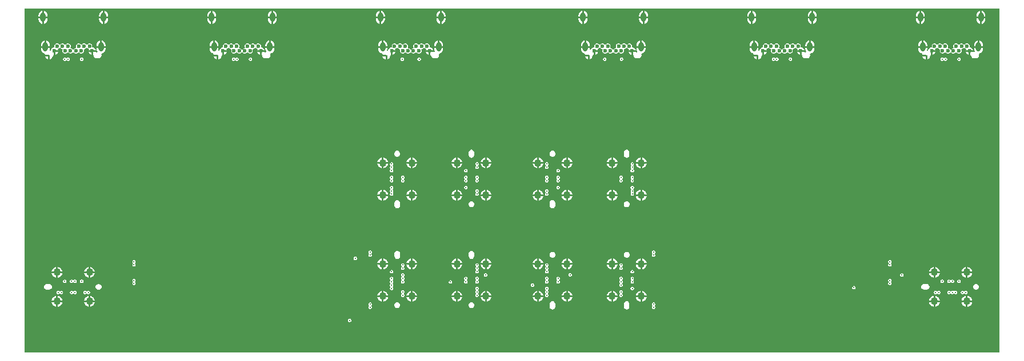
<source format=gbr>
%TF.GenerationSoftware,Altium Limited,Altium Designer,22.5.1 (42)*%
G04 Layer_Physical_Order=2*
G04 Layer_Color=3407820*
%FSLAX26Y26*%
%MOIN*%
%TF.SameCoordinates,16E36816-DCA1-4F18-AD40-64303467345E*%
%TF.FilePolarity,Positive*%
%TF.FileFunction,Copper,L2,Inr,Signal*%
%TF.Part,Single*%
G01*
G75*
%TA.AperFunction,ComponentPad*%
%ADD20C,0.043307*%
%ADD21C,0.023622*%
%ADD22O,0.031496X0.055118*%
%TA.AperFunction,ViaPad*%
%ADD23C,0.011811*%
G36*
X6978028Y1191298D02*
X1289723D01*
Y3200465D01*
X6978028D01*
Y1191298D01*
D02*
G37*
%LPC*%
G36*
X6874685Y3186729D02*
Y3154607D01*
X6895655D01*
Y3161417D01*
X6894770Y3168139D01*
X6892175Y3174402D01*
X6888048Y3179781D01*
X6882670Y3183908D01*
X6876406Y3186503D01*
X6874685Y3186729D01*
D02*
G37*
G36*
X6864685Y3186729D02*
X6862963Y3186503D01*
X6856699Y3183908D01*
X6851321Y3179781D01*
X6847194Y3174402D01*
X6844599Y3168139D01*
X6843714Y3161417D01*
Y3154607D01*
X6864685D01*
Y3186729D01*
D02*
G37*
G36*
X3725078Y3186729D02*
Y3154607D01*
X3746048D01*
Y3161417D01*
X3745164Y3168139D01*
X3742569Y3174402D01*
X3738442Y3179781D01*
X3733063Y3183908D01*
X3726800Y3186503D01*
X3725078Y3186729D01*
D02*
G37*
G36*
X3715078Y3186729D02*
X3713357Y3186503D01*
X3707093Y3183908D01*
X3701715Y3179781D01*
X3697587Y3174402D01*
X3694993Y3168139D01*
X3694108Y3161417D01*
Y3154607D01*
X3715078D01*
Y3186729D01*
D02*
G37*
G36*
X6521141Y3186729D02*
Y3154606D01*
X6542111D01*
Y3161417D01*
X6541226Y3168139D01*
X6538632Y3174402D01*
X6534505Y3179781D01*
X6529126Y3183908D01*
X6522863Y3186503D01*
X6521141Y3186729D01*
D02*
G37*
G36*
X5536889D02*
Y3154606D01*
X5557859D01*
Y3161417D01*
X5556974Y3168139D01*
X5554380Y3174402D01*
X5550253Y3179781D01*
X5544874Y3183908D01*
X5538611Y3186503D01*
X5536889Y3186729D01*
D02*
G37*
G36*
X4552637D02*
Y3154606D01*
X4573607D01*
Y3161417D01*
X4572722Y3168139D01*
X4570128Y3174402D01*
X4566001Y3179781D01*
X4560622Y3183908D01*
X4554359Y3186503D01*
X4552637Y3186729D01*
D02*
G37*
G36*
X6511141D02*
X6509419Y3186503D01*
X6503156Y3183908D01*
X6497777Y3179781D01*
X6493650Y3174402D01*
X6491056Y3168139D01*
X6490171Y3161417D01*
Y3154606D01*
X6511141D01*
Y3186729D01*
D02*
G37*
G36*
X5526889D02*
X5525167Y3186503D01*
X5518904Y3183908D01*
X5513525Y3179781D01*
X5509398Y3174402D01*
X5506804Y3168139D01*
X5505919Y3161417D01*
Y3154606D01*
X5526889D01*
Y3186729D01*
D02*
G37*
G36*
X4542637D02*
X4540916Y3186503D01*
X4534652Y3183908D01*
X4529273Y3179781D01*
X4525146Y3174402D01*
X4522552Y3168139D01*
X4521667Y3161417D01*
Y3154606D01*
X4542637D01*
Y3186729D01*
D02*
G37*
G36*
X3371535Y3186729D02*
Y3154606D01*
X3392505D01*
Y3161417D01*
X3391620Y3168139D01*
X3389026Y3174402D01*
X3384898Y3179781D01*
X3379520Y3183908D01*
X3373256Y3186503D01*
X3371535Y3186729D01*
D02*
G37*
G36*
X2740826D02*
Y3154606D01*
X2761796D01*
Y3161417D01*
X2760912Y3168139D01*
X2758317Y3174402D01*
X2754190Y3179781D01*
X2748811Y3183908D01*
X2742548Y3186503D01*
X2740826Y3186729D01*
D02*
G37*
G36*
X2387283D02*
Y3154606D01*
X2408253D01*
Y3161417D01*
X2407368Y3168139D01*
X2404774Y3174402D01*
X2400646Y3179781D01*
X2395268Y3183908D01*
X2389004Y3186503D01*
X2387283Y3186729D01*
D02*
G37*
G36*
X1756574D02*
Y3154606D01*
X1777544D01*
Y3161417D01*
X1776659Y3168139D01*
X1774065Y3174402D01*
X1769938Y3179781D01*
X1764559Y3183908D01*
X1758296Y3186503D01*
X1756574Y3186729D01*
D02*
G37*
G36*
X1403031D02*
Y3154606D01*
X1424001D01*
Y3161417D01*
X1423116Y3168139D01*
X1420522Y3174402D01*
X1416395Y3179781D01*
X1411016Y3183908D01*
X1404752Y3186503D01*
X1403031Y3186729D01*
D02*
G37*
G36*
X3361535Y3186729D02*
X3359813Y3186503D01*
X3353550Y3183908D01*
X3348171Y3179781D01*
X3344044Y3174402D01*
X3341450Y3168139D01*
X3340565Y3161417D01*
Y3154606D01*
X3361535D01*
Y3186729D01*
D02*
G37*
G36*
X1393031D02*
X1391309Y3186503D01*
X1385046Y3183908D01*
X1379667Y3179781D01*
X1375540Y3174402D01*
X1372946Y3168139D01*
X1372061Y3161417D01*
Y3154606D01*
X1393031D01*
Y3186729D01*
D02*
G37*
G36*
X2730826D02*
X2729105Y3186503D01*
X2722841Y3183908D01*
X2717463Y3179781D01*
X2713335Y3174402D01*
X2710741Y3168139D01*
X2709856Y3161417D01*
Y3154606D01*
X2730826D01*
Y3186729D01*
D02*
G37*
G36*
X2377283D02*
X2375561Y3186503D01*
X2369298Y3183908D01*
X2363919Y3179781D01*
X2359792Y3174402D01*
X2357198Y3168139D01*
X2356313Y3161417D01*
Y3154606D01*
X2377283D01*
Y3186729D01*
D02*
G37*
G36*
X1746574D02*
X1744853Y3186503D01*
X1738589Y3183908D01*
X1733210Y3179781D01*
X1729083Y3174402D01*
X1726489Y3168139D01*
X1725604Y3161417D01*
Y3154606D01*
X1746574D01*
Y3186729D01*
D02*
G37*
G36*
X5890432Y3186729D02*
Y3154606D01*
X5911403D01*
Y3161417D01*
X5910518Y3168139D01*
X5907923Y3174402D01*
X5903796Y3179781D01*
X5898418Y3183908D01*
X5892154Y3186503D01*
X5890432Y3186729D01*
D02*
G37*
G36*
X4906180D02*
Y3154606D01*
X4927151D01*
Y3161417D01*
X4926266Y3168139D01*
X4923671Y3174402D01*
X4919544Y3179781D01*
X4914166Y3183908D01*
X4907902Y3186503D01*
X4906180Y3186729D01*
D02*
G37*
G36*
X5880432Y3186729D02*
X5878711Y3186503D01*
X5872447Y3183908D01*
X5867069Y3179781D01*
X5862942Y3174402D01*
X5860347Y3168139D01*
X5859462Y3161417D01*
Y3154606D01*
X5880432D01*
Y3186729D01*
D02*
G37*
G36*
X4896180D02*
X4894459Y3186503D01*
X4888195Y3183908D01*
X4882817Y3179781D01*
X4878690Y3174402D01*
X4876095Y3168139D01*
X4875210Y3161417D01*
Y3154606D01*
X4896180D01*
Y3186729D01*
D02*
G37*
G36*
X6895655Y3144607D02*
X6874685D01*
Y3112483D01*
X6876406Y3112710D01*
X6882670Y3115304D01*
X6888048Y3119432D01*
X6892175Y3124810D01*
X6894770Y3131074D01*
X6895655Y3137795D01*
Y3144607D01*
D02*
G37*
G36*
X5880432Y3144606D02*
X5859462D01*
Y3137795D01*
X5860347Y3131074D01*
X5862942Y3124810D01*
X5867069Y3119432D01*
X5872447Y3115304D01*
X5878711Y3112710D01*
X5880432Y3112483D01*
Y3144606D01*
D02*
G37*
G36*
X4896180D02*
X4875210D01*
Y3137795D01*
X4876095Y3131074D01*
X4878690Y3124810D01*
X4882817Y3119432D01*
X4888195Y3115304D01*
X4894459Y3112710D01*
X4896180Y3112483D01*
Y3144606D01*
D02*
G37*
G36*
X3746048Y3144607D02*
X3725078D01*
Y3112483D01*
X3726800Y3112710D01*
X3733063Y3115304D01*
X3738442Y3119432D01*
X3742569Y3124810D01*
X3745164Y3131074D01*
X3746048Y3137795D01*
Y3144607D01*
D02*
G37*
G36*
X2377283Y3144606D02*
X2356313D01*
Y3137795D01*
X2357198Y3131074D01*
X2359792Y3124810D01*
X2363919Y3119432D01*
X2369298Y3115304D01*
X2375561Y3112710D01*
X2377283Y3112483D01*
Y3144606D01*
D02*
G37*
G36*
X1746574D02*
X1725604D01*
Y3137795D01*
X1726489Y3131074D01*
X1729083Y3124810D01*
X1733210Y3119432D01*
X1738589Y3115304D01*
X1744853Y3112710D01*
X1746574Y3112483D01*
Y3144606D01*
D02*
G37*
G36*
X1393031D02*
X1372061D01*
Y3137795D01*
X1372946Y3131074D01*
X1375540Y3124810D01*
X1379667Y3119432D01*
X1385046Y3115304D01*
X1391309Y3112710D01*
X1393031Y3112483D01*
Y3144606D01*
D02*
G37*
G36*
X3361535D02*
X3340565D01*
Y3137795D01*
X3341450Y3131074D01*
X3344044Y3124810D01*
X3348171Y3119432D01*
X3353550Y3115304D01*
X3359813Y3112710D01*
X3361535Y3112483D01*
Y3144606D01*
D02*
G37*
G36*
X2730826D02*
X2709856D01*
Y3137795D01*
X2710741Y3131074D01*
X2713335Y3124810D01*
X2717463Y3119432D01*
X2722841Y3115304D01*
X2729105Y3112710D01*
X2730826Y3112483D01*
Y3144606D01*
D02*
G37*
G36*
X6542111Y3144606D02*
X6521141D01*
Y3112483D01*
X6522863Y3112710D01*
X6529126Y3115304D01*
X6534505Y3119432D01*
X6538632Y3124810D01*
X6541226Y3131074D01*
X6542111Y3137795D01*
Y3144606D01*
D02*
G37*
G36*
X5557859D02*
X5536889D01*
Y3112483D01*
X5538611Y3112710D01*
X5544874Y3115304D01*
X5550253Y3119432D01*
X5554380Y3124810D01*
X5556974Y3131074D01*
X5557859Y3137795D01*
Y3144606D01*
D02*
G37*
G36*
X4573607D02*
X4552637D01*
Y3112483D01*
X4554359Y3112710D01*
X4560622Y3115304D01*
X4566001Y3119432D01*
X4570128Y3124810D01*
X4572722Y3131074D01*
X4573607Y3137795D01*
Y3144606D01*
D02*
G37*
G36*
X6511141D02*
X6490171D01*
Y3137795D01*
X6491056Y3131074D01*
X6493650Y3124810D01*
X6497777Y3119432D01*
X6503156Y3115304D01*
X6509419Y3112710D01*
X6511141Y3112483D01*
Y3144606D01*
D02*
G37*
G36*
X5526889D02*
X5505919D01*
Y3137795D01*
X5506804Y3131074D01*
X5509398Y3124810D01*
X5513525Y3119432D01*
X5518904Y3115304D01*
X5525167Y3112710D01*
X5526889Y3112483D01*
Y3144606D01*
D02*
G37*
G36*
X4542637D02*
X4521667D01*
Y3137795D01*
X4522552Y3131074D01*
X4525146Y3124810D01*
X4529273Y3119432D01*
X4534652Y3115304D01*
X4540916Y3112710D01*
X4542637Y3112483D01*
Y3144606D01*
D02*
G37*
G36*
X2761796Y3144606D02*
X2740826D01*
Y3112483D01*
X2742548Y3112710D01*
X2748811Y3115304D01*
X2754190Y3119432D01*
X2758317Y3124810D01*
X2760912Y3131074D01*
X2761796Y3137795D01*
Y3144606D01*
D02*
G37*
G36*
X3392505D02*
X3371535D01*
Y3112483D01*
X3373256Y3112710D01*
X3379520Y3115304D01*
X3384898Y3119432D01*
X3389026Y3124810D01*
X3391620Y3131074D01*
X3392505Y3137795D01*
Y3144606D01*
D02*
G37*
G36*
X2408253D02*
X2387283D01*
Y3112483D01*
X2389004Y3112710D01*
X2395268Y3115304D01*
X2400646Y3119432D01*
X2404774Y3124810D01*
X2407368Y3131074D01*
X2408253Y3137795D01*
Y3144606D01*
D02*
G37*
G36*
X1777544D02*
X1756574D01*
Y3112483D01*
X1758296Y3112710D01*
X1764559Y3115304D01*
X1769938Y3119432D01*
X1774065Y3124810D01*
X1776659Y3131074D01*
X1777544Y3137795D01*
Y3144606D01*
D02*
G37*
G36*
X1424001D02*
X1403031D01*
Y3112483D01*
X1404752Y3112710D01*
X1411016Y3115304D01*
X1416395Y3119432D01*
X1420522Y3124810D01*
X1423116Y3131074D01*
X1424001Y3137795D01*
Y3144606D01*
D02*
G37*
G36*
X3715078Y3144607D02*
X3694108D01*
Y3137795D01*
X3694993Y3131074D01*
X3697587Y3124810D01*
X3701715Y3119432D01*
X3707093Y3115304D01*
X3713357Y3112710D01*
X3715078Y3112483D01*
Y3144607D01*
D02*
G37*
G36*
X4927151Y3144606D02*
X4906180D01*
Y3112483D01*
X4907902Y3112710D01*
X4914166Y3115304D01*
X4919544Y3119432D01*
X4923671Y3124810D01*
X4926266Y3131074D01*
X4927151Y3137795D01*
Y3144606D01*
D02*
G37*
G36*
X5911403D02*
X5890432D01*
Y3112483D01*
X5892154Y3112710D01*
X5898418Y3115304D01*
X5903796Y3119432D01*
X5907923Y3124810D01*
X5910518Y3131074D01*
X5911403Y3137795D01*
Y3144606D01*
D02*
G37*
G36*
X6864685Y3144607D02*
X6843714D01*
Y3137795D01*
X6844599Y3131074D01*
X6847194Y3124810D01*
X6851321Y3119432D01*
X6856699Y3115304D01*
X6862963Y3112710D01*
X6864685Y3112483D01*
Y3144607D01*
D02*
G37*
G36*
X6860511Y3013501D02*
Y2981378D01*
X6881481D01*
Y2988189D01*
X6880596Y2994911D01*
X6878002Y3001174D01*
X6873875Y3006553D01*
X6868496Y3010680D01*
X6862233Y3013274D01*
X6860511Y3013501D01*
D02*
G37*
G36*
X6535314D02*
Y2981378D01*
X6556285D01*
Y2988189D01*
X6555400Y2994911D01*
X6552805Y3001174D01*
X6548678Y3006553D01*
X6543300Y3010680D01*
X6537036Y3013274D01*
X6535314Y3013501D01*
D02*
G37*
G36*
X5876259D02*
Y2981378D01*
X5897229D01*
Y2988189D01*
X5896345Y2994911D01*
X5893750Y3001174D01*
X5889623Y3006553D01*
X5884244Y3010680D01*
X5877981Y3013274D01*
X5876259Y3013501D01*
D02*
G37*
G36*
X5551062D02*
Y2981378D01*
X5572033D01*
Y2988189D01*
X5571148Y2994911D01*
X5568553Y3001174D01*
X5564426Y3006553D01*
X5559047Y3010680D01*
X5552784Y3013274D01*
X5551062Y3013501D01*
D02*
G37*
G36*
X4892007D02*
Y2981378D01*
X4912977D01*
Y2988189D01*
X4912092Y2994911D01*
X4909498Y3001174D01*
X4905371Y3006553D01*
X4899992Y3010680D01*
X4893729Y3013274D01*
X4892007Y3013501D01*
D02*
G37*
G36*
X4566810D02*
Y2981378D01*
X4587781D01*
Y2988189D01*
X4586896Y2994911D01*
X4584301Y3001174D01*
X4580174Y3006553D01*
X4574796Y3010680D01*
X4568532Y3013274D01*
X4566810Y3013501D01*
D02*
G37*
G36*
X1417204D02*
Y2981378D01*
X1438174D01*
Y2988189D01*
X1437289Y2994911D01*
X1434695Y3001174D01*
X1430568Y3006553D01*
X1425189Y3010680D01*
X1418926Y3013274D01*
X1417204Y3013501D01*
D02*
G37*
G36*
X6850511D02*
X6848790Y3013274D01*
X6842526Y3010680D01*
X6837148Y3006553D01*
X6833020Y3001174D01*
X6830426Y2994911D01*
X6829541Y2988189D01*
Y2981378D01*
X6850511D01*
Y3013501D01*
D02*
G37*
G36*
X1407204D02*
X1405483Y3013274D01*
X1399219Y3010680D01*
X1393840Y3006553D01*
X1389713Y3001174D01*
X1387119Y2994911D01*
X1386234Y2988189D01*
Y2981378D01*
X1407204D01*
Y3013501D01*
D02*
G37*
G36*
X6525314D02*
X6523593Y3013274D01*
X6517329Y3010680D01*
X6511951Y3006553D01*
X6507824Y3001174D01*
X6505229Y2994911D01*
X6504344Y2988189D01*
Y2981378D01*
X6525314D01*
Y3013501D01*
D02*
G37*
G36*
X5866259D02*
X5864538Y3013274D01*
X5858274Y3010680D01*
X5852895Y3006553D01*
X5848768Y3001174D01*
X5846174Y2994911D01*
X5845289Y2988189D01*
Y2981378D01*
X5866259D01*
Y3013501D01*
D02*
G37*
G36*
X5541062D02*
X5539341Y3013274D01*
X5533077Y3010680D01*
X5527699Y3006553D01*
X5523572Y3001174D01*
X5520977Y2994911D01*
X5520092Y2988189D01*
Y2981378D01*
X5541062D01*
Y3013501D01*
D02*
G37*
G36*
X4882007D02*
X4880286Y3013274D01*
X4874022Y3010680D01*
X4868644Y3006553D01*
X4864516Y3001174D01*
X4861922Y2994911D01*
X4861037Y2988189D01*
Y2981378D01*
X4882007D01*
Y3013501D01*
D02*
G37*
G36*
X4556810D02*
X4555089Y3013274D01*
X4548825Y3010680D01*
X4543447Y3006553D01*
X4539319Y3001174D01*
X4536725Y2994911D01*
X4535840Y2988189D01*
Y2981378D01*
X4556810D01*
Y3013501D01*
D02*
G37*
G36*
X2726653Y3013501D02*
Y2981378D01*
X2747623D01*
Y2988189D01*
X2746738Y2994911D01*
X2744144Y3001174D01*
X2740017Y3006553D01*
X2734638Y3010680D01*
X2728374Y3013274D01*
X2726653Y3013501D01*
D02*
G37*
G36*
X2401456D02*
Y2981378D01*
X2422426D01*
Y2988189D01*
X2421541Y2994911D01*
X2418947Y3001174D01*
X2414820Y3006553D01*
X2409441Y3010680D01*
X2403178Y3013274D01*
X2401456Y3013501D01*
D02*
G37*
G36*
X1742401D02*
Y2981378D01*
X1763371D01*
Y2988189D01*
X1762486Y2994911D01*
X1759892Y3001174D01*
X1755765Y3006553D01*
X1750386Y3010680D01*
X1744122Y3013274D01*
X1742401Y3013501D01*
D02*
G37*
G36*
X3710905D02*
Y2981378D01*
X3731875D01*
Y2988189D01*
X3730990Y2994911D01*
X3728396Y3001174D01*
X3724269Y3006553D01*
X3718890Y3010680D01*
X3712626Y3013274D01*
X3710905Y3013501D01*
D02*
G37*
G36*
X3385708D02*
Y2981378D01*
X3406678D01*
Y2988189D01*
X3405793Y2994911D01*
X3403199Y3001174D01*
X3399072Y3006553D01*
X3393693Y3010680D01*
X3387430Y3013274D01*
X3385708Y3013501D01*
D02*
G37*
G36*
X2716653Y3013501D02*
X2714931Y3013274D01*
X2708668Y3010680D01*
X2703289Y3006553D01*
X2699162Y3001174D01*
X2696568Y2994911D01*
X2695683Y2988189D01*
Y2981378D01*
X2716653D01*
Y3013501D01*
D02*
G37*
G36*
X2391456D02*
X2389735Y3013274D01*
X2383471Y3010680D01*
X2378092Y3006553D01*
X2373965Y3001174D01*
X2371371Y2994911D01*
X2370486Y2988189D01*
Y2981378D01*
X2391456D01*
Y3013501D01*
D02*
G37*
G36*
X1732401D02*
X1730679Y3013274D01*
X1724416Y3010680D01*
X1719037Y3006553D01*
X1714910Y3001174D01*
X1712316Y2994911D01*
X1711431Y2988189D01*
Y2981378D01*
X1732401D01*
Y3013501D01*
D02*
G37*
G36*
X3700905D02*
X3699183Y3013274D01*
X3692920Y3010680D01*
X3687541Y3006553D01*
X3683414Y3001174D01*
X3680820Y2994911D01*
X3679935Y2988189D01*
Y2981378D01*
X3700905D01*
Y3013501D01*
D02*
G37*
G36*
X3375708D02*
X3373986Y3013274D01*
X3367723Y3010680D01*
X3362344Y3006553D01*
X3358217Y3001174D01*
X3355623Y2994911D01*
X3354738Y2988189D01*
Y2981378D01*
X3375708D01*
Y3013501D01*
D02*
G37*
G36*
X6727581Y2996654D02*
X6721237D01*
X6715377Y2994226D01*
X6710891Y2989741D01*
X6708464Y2983880D01*
Y2977537D01*
X6709971Y2973898D01*
X6707203Y2969014D01*
X6707042Y2968898D01*
X6705528D01*
X6699740Y2966500D01*
X6695747Y2962506D01*
X6692913Y2962270D01*
X6690079Y2962506D01*
X6686085Y2966500D01*
X6680297Y2968898D01*
X6678783D01*
X6678622Y2969014D01*
X6675854Y2973898D01*
X6677362Y2977537D01*
Y2983880D01*
X6674934Y2989741D01*
X6670449Y2994226D01*
X6664588Y2996654D01*
X6658245D01*
X6652385Y2994226D01*
X6648421Y2990262D01*
X6645763Y2989936D01*
X6642684Y2990216D01*
X6638841Y2994059D01*
X6633053Y2996457D01*
X6626788D01*
X6621000Y2994059D01*
X6617006Y2990065D01*
X6614173Y2989829D01*
X6611339Y2990065D01*
X6607345Y2994059D01*
X6601557Y2996457D01*
X6595292D01*
X6589504Y2994059D01*
X6585074Y2989629D01*
X6582677Y2983841D01*
Y2977576D01*
X6580929Y2974961D01*
X6578338D01*
X6570322Y2971640D01*
X6564186Y2965505D01*
X6560866Y2957488D01*
X6557341Y2955561D01*
X6555400Y2957845D01*
X6556285Y2964567D01*
Y2971378D01*
X6530314D01*
Y2976378D01*
D01*
Y2971378D01*
X6504344D01*
Y2964567D01*
X6505229Y2957845D01*
X6507824Y2951582D01*
X6511951Y2946203D01*
X6517329Y2942076D01*
X6523593Y2939482D01*
X6525907Y2939177D01*
X6529059Y2933719D01*
X6528578Y2932559D01*
X6551181D01*
Y2927559D01*
X6556181D01*
Y2904957D01*
X6564093Y2908234D01*
X6570505Y2914647D01*
X6573976Y2923025D01*
Y2927733D01*
X6577677Y2930792D01*
Y2953150D01*
X6582677D01*
Y2958150D01*
X6604214D01*
X6601455Y2964808D01*
X6601557Y2964961D01*
X6607345Y2967358D01*
X6611339Y2971352D01*
X6614173Y2971588D01*
X6617006Y2971352D01*
X6621000Y2967358D01*
X6626788Y2964961D01*
X6628302D01*
X6628463Y2964845D01*
X6631231Y2959961D01*
X6629724Y2956321D01*
Y2949978D01*
X6632151Y2944117D01*
X6636637Y2939632D01*
X6642497Y2937205D01*
X6648840D01*
X6654701Y2939632D01*
X6658665Y2943596D01*
X6661323Y2943923D01*
X6664401Y2943642D01*
X6668244Y2939799D01*
X6674032Y2937402D01*
X6680297D01*
X6686085Y2939799D01*
X6690079Y2943793D01*
X6692913Y2944029D01*
X6695747Y2943793D01*
X6699740Y2939799D01*
X6705528Y2937402D01*
X6711793D01*
X6717581Y2939799D01*
X6721424Y2943642D01*
X6724503Y2943923D01*
X6727161Y2943596D01*
X6731125Y2939632D01*
X6736985Y2937205D01*
X6743328D01*
X6749189Y2939632D01*
X6753674Y2944117D01*
X6756102Y2949978D01*
Y2956321D01*
X6754594Y2959961D01*
X6757362Y2964845D01*
X6757523Y2964961D01*
X6759037D01*
X6764825Y2967358D01*
X6768819Y2971352D01*
X6771653Y2971588D01*
X6774487Y2971352D01*
X6778480Y2967358D01*
X6784268Y2964961D01*
X6784370Y2964808D01*
X6781612Y2958150D01*
X6824686D01*
X6821640Y2965505D01*
X6815504Y2971640D01*
X6807488Y2974961D01*
X6804897D01*
X6803149Y2977576D01*
Y2983841D01*
X6800752Y2989629D01*
X6796322Y2994059D01*
X6790533Y2996457D01*
X6784269D01*
X6778480Y2994059D01*
X6774487Y2990065D01*
X6771653Y2989829D01*
X6768819Y2990065D01*
X6764825Y2994059D01*
X6759037Y2996457D01*
X6752772D01*
X6746984Y2994059D01*
X6743141Y2990216D01*
X6740063Y2989936D01*
X6737405Y2990262D01*
X6733441Y2994226D01*
X6727581Y2996654D01*
D02*
G37*
G36*
X5743328D02*
X5736985D01*
X5731125Y2994226D01*
X5726639Y2989741D01*
X5724212Y2983880D01*
Y2977537D01*
X5725719Y2973898D01*
X5722951Y2969014D01*
X5722790Y2968898D01*
X5721276D01*
X5715488Y2966500D01*
X5711495Y2962506D01*
X5708661Y2962270D01*
X5705827Y2962506D01*
X5701833Y2966500D01*
X5696045Y2968898D01*
X5694531D01*
X5694370Y2969014D01*
X5691602Y2973898D01*
X5693110Y2977537D01*
Y2983880D01*
X5690682Y2989741D01*
X5686197Y2994226D01*
X5680336Y2996654D01*
X5673993D01*
X5668133Y2994226D01*
X5664169Y2990262D01*
X5661511Y2989936D01*
X5658432Y2990216D01*
X5654589Y2994059D01*
X5648801Y2996457D01*
X5642536D01*
X5636748Y2994059D01*
X5632754Y2990065D01*
X5629921Y2989829D01*
X5627087Y2990065D01*
X5623093Y2994059D01*
X5617305Y2996457D01*
X5611040D01*
X5605252Y2994059D01*
X5600822Y2989629D01*
X5598425Y2983841D01*
Y2977576D01*
X5596677Y2974961D01*
X5594086D01*
X5586070Y2971640D01*
X5579934Y2965505D01*
X5576614Y2957488D01*
X5573088Y2955561D01*
X5571148Y2957845D01*
X5572033Y2964567D01*
Y2971378D01*
X5546062D01*
X5520092D01*
Y2964567D01*
X5520977Y2957845D01*
X5523572Y2951582D01*
X5527699Y2946203D01*
X5533077Y2942076D01*
X5539341Y2939482D01*
X5541655Y2939177D01*
X5544806Y2933719D01*
X5544326Y2932559D01*
X5566928D01*
Y2927559D01*
X5571928D01*
Y2904957D01*
X5579841Y2908234D01*
X5586253Y2914647D01*
X5589724Y2923025D01*
Y2927733D01*
X5593425Y2930792D01*
Y2953150D01*
X5598425D01*
Y2958150D01*
X5619962D01*
X5617203Y2964808D01*
X5617305Y2964961D01*
X5623093Y2967358D01*
X5627087Y2971352D01*
X5629921Y2971588D01*
X5632754Y2971352D01*
X5636748Y2967358D01*
X5642536Y2964961D01*
X5644050D01*
X5644211Y2964845D01*
X5646979Y2959961D01*
X5645472Y2956321D01*
Y2949978D01*
X5647899Y2944117D01*
X5652385Y2939632D01*
X5658245Y2937205D01*
X5664588D01*
X5670449Y2939632D01*
X5674413Y2943596D01*
X5677071Y2943923D01*
X5680149Y2943642D01*
X5683992Y2939799D01*
X5689780Y2937402D01*
X5696045D01*
X5701833Y2939799D01*
X5705827Y2943793D01*
X5708661Y2944029D01*
X5711495Y2943793D01*
X5715488Y2939799D01*
X5721276Y2937402D01*
X5727541D01*
X5733329Y2939799D01*
X5737172Y2943642D01*
X5740251Y2943923D01*
X5742909Y2943596D01*
X5746873Y2939632D01*
X5752733Y2937205D01*
X5759077D01*
X5764937Y2939632D01*
X5769422Y2944117D01*
X5771850Y2949978D01*
Y2956321D01*
X5770342Y2959961D01*
X5773110Y2964845D01*
X5773271Y2964961D01*
X5774785D01*
X5780573Y2967358D01*
X5784567Y2971352D01*
X5787401Y2971588D01*
X5790235Y2971352D01*
X5794229Y2967358D01*
X5800016Y2964961D01*
X5800118Y2964808D01*
X5797360Y2958150D01*
X5840434D01*
X5837387Y2965505D01*
X5831252Y2971640D01*
X5823235Y2974961D01*
X5820645D01*
X5818897Y2977576D01*
Y2983841D01*
X5816499Y2989629D01*
X5812069Y2994059D01*
X5806282Y2996457D01*
X5800016D01*
X5794229Y2994059D01*
X5790235Y2990065D01*
X5787401Y2989829D01*
X5784567Y2990065D01*
X5780573Y2994059D01*
X5774785Y2996457D01*
X5768520D01*
X5762732Y2994059D01*
X5758890Y2990216D01*
X5755811Y2989936D01*
X5753153Y2990262D01*
X5749189Y2994226D01*
X5743328Y2996654D01*
D02*
G37*
G36*
X4759077D02*
X4752733D01*
X4746873Y2994226D01*
X4742387Y2989741D01*
X4739960Y2983880D01*
Y2977537D01*
X4741467Y2973898D01*
X4738699Y2969014D01*
X4738538Y2968898D01*
X4737024D01*
X4731236Y2966500D01*
X4727243Y2962506D01*
X4724409Y2962270D01*
X4721575Y2962506D01*
X4717581Y2966500D01*
X4711793Y2968898D01*
X4710279D01*
X4710118Y2969014D01*
X4707350Y2973898D01*
X4708858Y2977537D01*
Y2983880D01*
X4706430Y2989741D01*
X4701945Y2994226D01*
X4696084Y2996654D01*
X4689741D01*
X4683881Y2994226D01*
X4679917Y2990262D01*
X4677259Y2989936D01*
X4674180Y2990216D01*
X4670337Y2994059D01*
X4664549Y2996457D01*
X4658284D01*
X4652496Y2994059D01*
X4648502Y2990065D01*
X4645669Y2989829D01*
X4642835Y2990065D01*
X4638841Y2994059D01*
X4633053Y2996457D01*
X4626788D01*
X4621000Y2994059D01*
X4616570Y2989629D01*
X4614173Y2983841D01*
Y2977576D01*
X4612425Y2974961D01*
X4609834D01*
X4601818Y2971640D01*
X4595682Y2965505D01*
X4592362Y2957488D01*
X4588837Y2955561D01*
X4586896Y2957845D01*
X4587781Y2964567D01*
Y2971378D01*
X4561810D01*
X4535840D01*
Y2964567D01*
X4536725Y2957845D01*
X4539319Y2951582D01*
X4543447Y2946203D01*
X4548825Y2942076D01*
X4555089Y2939482D01*
X4557403Y2939177D01*
X4560555Y2933719D01*
X4560074Y2932559D01*
X4582676D01*
Y2927559D01*
X4587676D01*
Y2904957D01*
X4595589Y2908234D01*
X4602001Y2914647D01*
X4605472Y2923025D01*
Y2927733D01*
X4609173Y2930792D01*
Y2953150D01*
X4614173D01*
Y2958150D01*
X4635710D01*
X4632951Y2964808D01*
X4633053Y2964961D01*
X4638841Y2967358D01*
X4642835Y2971352D01*
X4645669Y2971588D01*
X4648502Y2971352D01*
X4652496Y2967358D01*
X4658284Y2964961D01*
X4659798D01*
X4659959Y2964845D01*
X4662727Y2959961D01*
X4661220Y2956321D01*
Y2949978D01*
X4663647Y2944117D01*
X4668133Y2939632D01*
X4673993Y2937205D01*
X4680336D01*
X4686197Y2939632D01*
X4690161Y2943596D01*
X4692819Y2943923D01*
X4695897Y2943642D01*
X4699740Y2939799D01*
X4705528Y2937402D01*
X4711793D01*
X4717581Y2939799D01*
X4721575Y2943793D01*
X4724409Y2944029D01*
X4727243Y2943793D01*
X4731236Y2939799D01*
X4737024Y2937402D01*
X4743289D01*
X4749077Y2939799D01*
X4752920Y2943642D01*
X4755999Y2943923D01*
X4758657Y2943596D01*
X4762621Y2939632D01*
X4768481Y2937205D01*
X4774824D01*
X4780685Y2939632D01*
X4785170Y2944117D01*
X4787598Y2949978D01*
Y2956321D01*
X4786090Y2959961D01*
X4788858Y2964845D01*
X4789019Y2964961D01*
X4790533D01*
X4796321Y2967358D01*
X4800315Y2971352D01*
X4803149Y2971588D01*
X4805983Y2971352D01*
X4809976Y2967358D01*
X4815764Y2964961D01*
X4815866Y2964808D01*
X4813108Y2958150D01*
X4856182D01*
X4853136Y2965505D01*
X4847000Y2971640D01*
X4838984Y2974961D01*
X4836393D01*
X4834645Y2977576D01*
Y2983841D01*
X4832248Y2989629D01*
X4827818Y2994059D01*
X4822029Y2996457D01*
X4815765D01*
X4809976Y2994059D01*
X4805983Y2990065D01*
X4803149Y2989829D01*
X4800315Y2990065D01*
X4796321Y2994059D01*
X4790533Y2996457D01*
X4784268D01*
X4778480Y2994059D01*
X4774637Y2990216D01*
X4771559Y2989936D01*
X4768901Y2990262D01*
X4764937Y2994226D01*
X4759077Y2996654D01*
D02*
G37*
G36*
X3577974D02*
X3571631D01*
X3565771Y2994226D01*
X3561285Y2989741D01*
X3558858Y2983880D01*
Y2977537D01*
X3560365Y2973898D01*
X3557597Y2969014D01*
X3557436Y2968898D01*
X3555922D01*
X3550134Y2966500D01*
X3546140Y2962506D01*
X3543307Y2962270D01*
X3540473Y2962506D01*
X3536479Y2966500D01*
X3530691Y2968898D01*
X3529177D01*
X3529016Y2969014D01*
X3526248Y2973898D01*
X3527755Y2977537D01*
Y2983880D01*
X3525328Y2989741D01*
X3520843Y2994226D01*
X3514982Y2996654D01*
X3508639D01*
X3502778Y2994226D01*
X3498815Y2990262D01*
X3496156Y2989936D01*
X3493078Y2990216D01*
X3489235Y2994059D01*
X3483447Y2996457D01*
X3477182D01*
X3471394Y2994059D01*
X3467400Y2990065D01*
X3464566Y2989829D01*
X3461733Y2990065D01*
X3457739Y2994059D01*
X3451951Y2996457D01*
X3445686D01*
X3439898Y2994059D01*
X3435468Y2989629D01*
X3433070Y2983841D01*
Y2977576D01*
X3431323Y2974961D01*
X3428732D01*
X3420715Y2971640D01*
X3414580Y2965505D01*
X3411259Y2957488D01*
X3407734Y2955561D01*
X3405793Y2957845D01*
X3406678Y2964567D01*
Y2971378D01*
X3380708D01*
Y2976378D01*
D01*
Y2971378D01*
X3354738D01*
Y2964567D01*
X3355623Y2957845D01*
X3358217Y2951582D01*
X3362344Y2946203D01*
X3367723Y2942076D01*
X3373986Y2939482D01*
X3376301Y2939177D01*
X3379452Y2933719D01*
X3378972Y2932559D01*
X3401574D01*
Y2927559D01*
X3406574D01*
Y2904957D01*
X3414487Y2908234D01*
X3420899Y2914647D01*
X3424369Y2923025D01*
Y2927733D01*
X3428070Y2930792D01*
Y2953150D01*
X3433070D01*
Y2958150D01*
X3454607D01*
X3451849Y2964808D01*
X3451951Y2964961D01*
X3457739Y2967358D01*
X3461733Y2971352D01*
X3464566Y2971588D01*
X3467400Y2971352D01*
X3471394Y2967358D01*
X3477182Y2964961D01*
X3478696D01*
X3478857Y2964845D01*
X3481625Y2959961D01*
X3480117Y2956321D01*
Y2949978D01*
X3482545Y2944117D01*
X3487030Y2939632D01*
X3492891Y2937205D01*
X3499234D01*
X3505095Y2939632D01*
X3509058Y2943596D01*
X3511716Y2943923D01*
X3514795Y2943642D01*
X3518638Y2939799D01*
X3524426Y2937402D01*
X3530691D01*
X3536479Y2939799D01*
X3540473Y2943793D01*
X3543307Y2944029D01*
X3546140Y2943793D01*
X3550134Y2939799D01*
X3555922Y2937402D01*
X3562187D01*
X3567975Y2939799D01*
X3571818Y2943642D01*
X3574896Y2943923D01*
X3577555Y2943596D01*
X3581519Y2939632D01*
X3587379Y2937205D01*
X3593722D01*
X3599583Y2939632D01*
X3604068Y2944117D01*
X3606495Y2949978D01*
Y2956321D01*
X3604988Y2959961D01*
X3607756Y2964845D01*
X3607917Y2964961D01*
X3609431D01*
X3615219Y2967358D01*
X3619213Y2971352D01*
X3622047Y2971588D01*
X3624880Y2971352D01*
X3628874Y2967358D01*
X3634662Y2964961D01*
X3634764Y2964808D01*
X3632006Y2958150D01*
X3675080D01*
X3672033Y2965505D01*
X3665898Y2971640D01*
X3657881Y2974961D01*
X3655290D01*
X3653543Y2977576D01*
Y2983841D01*
X3651145Y2989629D01*
X3646715Y2994059D01*
X3640927Y2996457D01*
X3634662D01*
X3628874Y2994059D01*
X3624880Y2990065D01*
X3622047Y2989829D01*
X3619213Y2990065D01*
X3615219Y2994059D01*
X3609431Y2996457D01*
X3603166D01*
X3597378Y2994059D01*
X3593535Y2990216D01*
X3590457Y2989936D01*
X3587798Y2990262D01*
X3583835Y2994226D01*
X3577974Y2996654D01*
D02*
G37*
G36*
X2593722D02*
X2587379D01*
X2581519Y2994226D01*
X2577033Y2989741D01*
X2574606Y2983880D01*
Y2977537D01*
X2576113Y2973898D01*
X2573345Y2969014D01*
X2573184Y2968898D01*
X2571670D01*
X2565882Y2966500D01*
X2561888Y2962506D01*
X2559055Y2962270D01*
X2556221Y2962506D01*
X2552227Y2966500D01*
X2546439Y2968898D01*
X2544925D01*
X2544764Y2969014D01*
X2541996Y2973898D01*
X2543503Y2977537D01*
Y2983880D01*
X2541076Y2989741D01*
X2536590Y2994226D01*
X2530730Y2996654D01*
X2524387D01*
X2518526Y2994226D01*
X2514563Y2990262D01*
X2511904Y2989936D01*
X2508826Y2990216D01*
X2504983Y2994059D01*
X2499195Y2996457D01*
X2492930D01*
X2487142Y2994059D01*
X2483148Y2990065D01*
X2480314Y2989829D01*
X2477481Y2990065D01*
X2473487Y2994059D01*
X2467699Y2996457D01*
X2461434D01*
X2455646Y2994059D01*
X2451216Y2989629D01*
X2448818Y2983841D01*
Y2977576D01*
X2447071Y2974961D01*
X2444480D01*
X2436463Y2971640D01*
X2430328Y2965505D01*
X2427007Y2957488D01*
X2423482Y2955561D01*
X2421541Y2957845D01*
X2422426Y2964567D01*
Y2971378D01*
X2396456D01*
X2370486D01*
Y2964567D01*
X2371371Y2957845D01*
X2373965Y2951582D01*
X2378092Y2946203D01*
X2383471Y2942076D01*
X2389735Y2939482D01*
X2392049Y2939177D01*
X2395200Y2933719D01*
X2394720Y2932559D01*
X2417322D01*
Y2927559D01*
X2422322D01*
Y2904957D01*
X2430235Y2908234D01*
X2436647Y2914647D01*
X2440117Y2923025D01*
Y2927733D01*
X2443818Y2930792D01*
Y2953150D01*
X2448818D01*
Y2958150D01*
X2470355D01*
X2467597Y2964808D01*
X2467699Y2964961D01*
X2473487Y2967358D01*
X2477481Y2971352D01*
X2480314Y2971588D01*
X2483148Y2971352D01*
X2487142Y2967358D01*
X2492930Y2964961D01*
X2494444D01*
X2494605Y2964845D01*
X2497373Y2959961D01*
X2495865Y2956321D01*
Y2949978D01*
X2498293Y2944117D01*
X2502778Y2939632D01*
X2508639Y2937205D01*
X2514982D01*
X2520843Y2939632D01*
X2524806Y2943596D01*
X2527465Y2943923D01*
X2530543Y2943642D01*
X2534386Y2939799D01*
X2540174Y2937402D01*
X2546439D01*
X2552227Y2939799D01*
X2556221Y2943793D01*
X2559055Y2944029D01*
X2561888Y2943793D01*
X2565882Y2939799D01*
X2571670Y2937402D01*
X2577935D01*
X2583723Y2939799D01*
X2587566Y2943642D01*
X2590644Y2943923D01*
X2593303Y2943596D01*
X2597267Y2939632D01*
X2603127Y2937205D01*
X2609470D01*
X2615331Y2939632D01*
X2619816Y2944117D01*
X2622244Y2949978D01*
Y2956321D01*
X2620736Y2959961D01*
X2623504Y2964845D01*
X2623665Y2964961D01*
X2625179D01*
X2630967Y2967358D01*
X2634961Y2971352D01*
X2637795Y2971588D01*
X2640628Y2971352D01*
X2644622Y2967358D01*
X2650410Y2964961D01*
X2650512Y2964808D01*
X2647754Y2958150D01*
X2690828D01*
X2687781Y2965505D01*
X2681646Y2971640D01*
X2673629Y2974961D01*
X2671038D01*
X2669291Y2977576D01*
Y2983841D01*
X2666893Y2989629D01*
X2662463Y2994059D01*
X2656675Y2996457D01*
X2650410D01*
X2644622Y2994059D01*
X2640628Y2990065D01*
X2637795Y2989829D01*
X2634961Y2990065D01*
X2630967Y2994059D01*
X2625179Y2996457D01*
X2618914D01*
X2613126Y2994059D01*
X2609283Y2990216D01*
X2606205Y2989936D01*
X2603546Y2990262D01*
X2599583Y2994226D01*
X2593722Y2996654D01*
D02*
G37*
G36*
X1609470D02*
X1603127D01*
X1597266Y2994226D01*
X1592781Y2989741D01*
X1590354Y2983880D01*
Y2977537D01*
X1591861Y2973898D01*
X1589093Y2969014D01*
X1588932Y2968898D01*
X1587418D01*
X1581630Y2966500D01*
X1577636Y2962506D01*
X1574803Y2962270D01*
X1571969Y2962506D01*
X1567975Y2966500D01*
X1562187Y2968898D01*
X1560673D01*
X1560512Y2969014D01*
X1557744Y2973898D01*
X1559251Y2977537D01*
Y2983880D01*
X1556824Y2989741D01*
X1552339Y2994226D01*
X1546478Y2996654D01*
X1540135D01*
X1534274Y2994226D01*
X1530311Y2990262D01*
X1527652Y2989936D01*
X1524574Y2990216D01*
X1520731Y2994059D01*
X1514943Y2996457D01*
X1508678D01*
X1502890Y2994059D01*
X1498896Y2990065D01*
X1496062Y2989829D01*
X1493229Y2990065D01*
X1489235Y2994059D01*
X1483447Y2996457D01*
X1477182D01*
X1471394Y2994059D01*
X1466964Y2989629D01*
X1464566Y2983841D01*
Y2977576D01*
X1462819Y2974961D01*
X1460228D01*
X1452211Y2971640D01*
X1446076Y2965505D01*
X1442755Y2957488D01*
X1439230Y2955561D01*
X1437289Y2957845D01*
X1438174Y2964567D01*
Y2971378D01*
X1412204D01*
X1386234D01*
Y2964567D01*
X1387119Y2957845D01*
X1389713Y2951582D01*
X1393840Y2946203D01*
X1399219Y2942076D01*
X1405483Y2939482D01*
X1407797Y2939177D01*
X1410948Y2933719D01*
X1410468Y2932559D01*
X1433070D01*
Y2927559D01*
X1438070D01*
Y2904957D01*
X1445983Y2908234D01*
X1452395Y2914647D01*
X1455866Y2923025D01*
Y2927733D01*
X1459566Y2930792D01*
Y2953150D01*
X1464566D01*
Y2958150D01*
X1486103D01*
X1483345Y2964808D01*
X1483447Y2964961D01*
X1489235Y2967358D01*
X1493229Y2971352D01*
X1496062Y2971588D01*
X1498896Y2971352D01*
X1502890Y2967358D01*
X1508678Y2964961D01*
X1510192D01*
X1510353Y2964845D01*
X1513121Y2959961D01*
X1511613Y2956321D01*
Y2949978D01*
X1514041Y2944117D01*
X1518526Y2939632D01*
X1524387Y2937205D01*
X1530730D01*
X1536591Y2939632D01*
X1540554Y2943596D01*
X1543213Y2943923D01*
X1546291Y2943642D01*
X1550134Y2939799D01*
X1555922Y2937402D01*
X1562187D01*
X1567975Y2939799D01*
X1571969Y2943793D01*
X1574803Y2944029D01*
X1577636Y2943793D01*
X1581630Y2939799D01*
X1587418Y2937402D01*
X1593683D01*
X1599471Y2939799D01*
X1603314Y2943642D01*
X1606392Y2943923D01*
X1609051Y2943596D01*
X1613014Y2939632D01*
X1618875Y2937205D01*
X1625218D01*
X1631079Y2939632D01*
X1635564Y2944117D01*
X1637992Y2949978D01*
Y2956321D01*
X1636484Y2959961D01*
X1639252Y2964845D01*
X1639413Y2964961D01*
X1640927D01*
X1646715Y2967358D01*
X1650709Y2971352D01*
X1653543Y2971588D01*
X1656376Y2971352D01*
X1660370Y2967358D01*
X1666158Y2964961D01*
X1666260Y2964808D01*
X1663502Y2958150D01*
X1706576D01*
X1703529Y2965505D01*
X1697394Y2971640D01*
X1689377Y2974961D01*
X1686786D01*
X1685039Y2977576D01*
Y2983841D01*
X1682641Y2989629D01*
X1678211Y2994059D01*
X1672423Y2996457D01*
X1666158D01*
X1660370Y2994059D01*
X1656376Y2990065D01*
X1653543Y2989829D01*
X1650709Y2990065D01*
X1646715Y2994059D01*
X1640927Y2996457D01*
X1634662D01*
X1628874Y2994059D01*
X1625031Y2990216D01*
X1621953Y2989936D01*
X1619294Y2990262D01*
X1615331Y2994226D01*
X1609470Y2996654D01*
D02*
G37*
G36*
X5897229Y2971378D02*
X5871259D01*
X5845289D01*
Y2964567D01*
X5846174Y2957845D01*
X5848768Y2951582D01*
X5849748Y2950305D01*
X5847666Y2945903D01*
X5844219Y2945620D01*
X5841933Y2948150D01*
X5823897D01*
Y2931089D01*
X5823965Y2931072D01*
X5827370Y2928278D01*
X5827227Y2927559D01*
X5828541Y2920954D01*
X5832282Y2915354D01*
X5837882Y2911612D01*
X5844488Y2910298D01*
X5856299D01*
X5862904Y2911612D01*
X5868504Y2915354D01*
X5872246Y2920954D01*
X5873560Y2927559D01*
X5872339Y2933696D01*
X5872390Y2934424D01*
X5874971Y2939086D01*
X5877981Y2939482D01*
X5884244Y2942076D01*
X5889623Y2946203D01*
X5893750Y2951582D01*
X5896345Y2957845D01*
X5897229Y2964567D01*
Y2971378D01*
D02*
G37*
G36*
X3705905Y2976378D02*
D01*
Y2971378D01*
X3679935D01*
Y2964567D01*
X3680820Y2957845D01*
X3683414Y2951582D01*
X3684393Y2950305D01*
X3682312Y2945903D01*
X3678865Y2945620D01*
X3676579Y2948150D01*
X3658543D01*
Y2931089D01*
X3658611Y2931072D01*
X3662015Y2928278D01*
X3661872Y2927559D01*
X3663186Y2920954D01*
X3666928Y2915354D01*
X3672528Y2911612D01*
X3679133Y2910298D01*
X3690944D01*
X3697550Y2911612D01*
X3703150Y2915354D01*
X3706891Y2920954D01*
X3708205Y2927559D01*
X3706985Y2933696D01*
X3707035Y2934424D01*
X3709617Y2939086D01*
X3712626Y2939482D01*
X3718890Y2942076D01*
X3724269Y2946203D01*
X3728396Y2951582D01*
X3730990Y2957845D01*
X3731875Y2964567D01*
Y2971378D01*
X3705905D01*
Y2976378D01*
D02*
G37*
G36*
X1763371Y2971378D02*
X1737401D01*
X1711431D01*
Y2964567D01*
X1712316Y2957845D01*
X1714910Y2951582D01*
X1715889Y2950305D01*
X1713808Y2945903D01*
X1710361Y2945620D01*
X1708075Y2948150D01*
X1690039D01*
Y2931089D01*
X1690107Y2931072D01*
X1693511Y2928278D01*
X1693368Y2927559D01*
X1694682Y2920954D01*
X1698424Y2915354D01*
X1704024Y2911612D01*
X1710629Y2910298D01*
X1722440D01*
X1729046Y2911612D01*
X1734646Y2915354D01*
X1738387Y2920954D01*
X1739701Y2927559D01*
X1738481Y2933696D01*
X1738531Y2934424D01*
X1741113Y2939086D01*
X1744122Y2939482D01*
X1750386Y2942076D01*
X1755765Y2946203D01*
X1759892Y2951582D01*
X1762486Y2957845D01*
X1763371Y2964567D01*
Y2971378D01*
D02*
G37*
G36*
X4912977Y2971378D02*
X4887007D01*
X4861037D01*
Y2964567D01*
X4861922Y2957845D01*
X4864516Y2951582D01*
X4865496Y2950305D01*
X4863414Y2945903D01*
X4859967Y2945620D01*
X4857681Y2948150D01*
X4839645D01*
Y2931089D01*
X4839713Y2931072D01*
X4843118Y2928278D01*
X4842975Y2927559D01*
X4844289Y2920954D01*
X4848030Y2915354D01*
X4853630Y2911612D01*
X4860236Y2910298D01*
X4872047D01*
X4878652Y2911612D01*
X4884252Y2915354D01*
X4887994Y2920954D01*
X4889307Y2927559D01*
X4888087Y2933696D01*
X4888137Y2934424D01*
X4890719Y2939086D01*
X4893729Y2939482D01*
X4899992Y2942076D01*
X4905371Y2946203D01*
X4909498Y2951582D01*
X4912092Y2957845D01*
X4912977Y2964567D01*
Y2971378D01*
D02*
G37*
G36*
X6881481D02*
X6855511D01*
X6829541D01*
Y2964567D01*
X6830426Y2957845D01*
X6833020Y2951582D01*
X6834000Y2950305D01*
X6831918Y2945903D01*
X6828471Y2945620D01*
X6826185Y2948150D01*
X6808149D01*
Y2931089D01*
X6808217Y2931072D01*
X6811622Y2928278D01*
X6811479Y2927559D01*
X6812793Y2920954D01*
X6816534Y2915354D01*
X6822134Y2911612D01*
X6828740Y2910298D01*
X6840551D01*
X6847156Y2911612D01*
X6852756Y2915354D01*
X6856498Y2920954D01*
X6857811Y2927559D01*
X6856591Y2933696D01*
X6856641Y2934424D01*
X6859223Y2939086D01*
X6862233Y2939482D01*
X6868496Y2942076D01*
X6873875Y2946203D01*
X6878002Y2951582D01*
X6880596Y2957845D01*
X6881481Y2964567D01*
Y2971378D01*
D02*
G37*
G36*
X2747623Y2971378D02*
X2721653D01*
X2695683D01*
Y2964567D01*
X2696568Y2957845D01*
X2699162Y2951582D01*
X2700141Y2950305D01*
X2698060Y2945903D01*
X2694613Y2945620D01*
X2692327Y2948150D01*
X2674291D01*
Y2931089D01*
X2674359Y2931072D01*
X2677763Y2928278D01*
X2677620Y2927559D01*
X2678934Y2920954D01*
X2682676Y2915354D01*
X2688276Y2911612D01*
X2694881Y2910298D01*
X2706692D01*
X2713298Y2911612D01*
X2718898Y2915354D01*
X2722639Y2920954D01*
X2723953Y2927559D01*
X2722733Y2933696D01*
X2722783Y2934424D01*
X2725365Y2939086D01*
X2728374Y2939482D01*
X2734638Y2942076D01*
X2740017Y2946203D01*
X2744144Y2951582D01*
X2746738Y2957845D01*
X2747623Y2964567D01*
Y2971378D01*
D02*
G37*
G36*
X6798149Y2948150D02*
X6781612D01*
X6784658Y2940795D01*
X6790794Y2934659D01*
X6798149Y2931613D01*
Y2948150D01*
D02*
G37*
G36*
X6604214D02*
X6587677D01*
Y2931613D01*
X6595032Y2934659D01*
X6601167Y2940795D01*
X6604214Y2948150D01*
D02*
G37*
G36*
X5813897D02*
X5797360D01*
X5800407Y2940795D01*
X5806542Y2934659D01*
X5813897Y2931613D01*
Y2948150D01*
D02*
G37*
G36*
X5619962D02*
X5603425D01*
Y2931613D01*
X5610779Y2934659D01*
X5616915Y2940795D01*
X5619962Y2948150D01*
D02*
G37*
G36*
X4829645D02*
X4813108D01*
X4816154Y2940795D01*
X4822290Y2934659D01*
X4829645Y2931613D01*
Y2948150D01*
D02*
G37*
G36*
X4635710D02*
X4619173D01*
Y2931613D01*
X4626528Y2934659D01*
X4632663Y2940795D01*
X4635710Y2948150D01*
D02*
G37*
G36*
X3648543D02*
X3632006D01*
X3635052Y2940795D01*
X3641188Y2934659D01*
X3648543Y2931613D01*
Y2948150D01*
D02*
G37*
G36*
X3454607D02*
X3438070D01*
Y2931613D01*
X3445425Y2934659D01*
X3451561Y2940795D01*
X3454607Y2948150D01*
D02*
G37*
G36*
X2664291D02*
X2647754D01*
X2650800Y2940795D01*
X2656936Y2934659D01*
X2664291Y2931613D01*
Y2948150D01*
D02*
G37*
G36*
X2470355D02*
X2453818D01*
Y2931613D01*
X2461173Y2934659D01*
X2467309Y2940795D01*
X2470355Y2948150D01*
D02*
G37*
G36*
X1680039D02*
X1663502D01*
X1666548Y2940795D01*
X1672684Y2934659D01*
X1680039Y2931613D01*
Y2948150D01*
D02*
G37*
G36*
X1486103D02*
X1469566D01*
Y2931613D01*
X1476921Y2934659D01*
X1483057Y2940795D01*
X1486103Y2948150D01*
D02*
G37*
G36*
X5681130Y2915551D02*
X5677136D01*
X5673446Y2914023D01*
X5672557Y2913134D01*
X5669291Y2911759D01*
X5666024Y2913134D01*
X5665135Y2914023D01*
X5661445Y2915551D01*
X5657451D01*
X5653761Y2914023D01*
X5650937Y2911199D01*
X5649409Y2907509D01*
Y2903515D01*
X5650937Y2899825D01*
X5653761Y2897001D01*
X5657451Y2895472D01*
X5661445D01*
X5665135Y2897001D01*
X5666024Y2897890D01*
X5669291Y2899265D01*
X5672557Y2897890D01*
X5673446Y2897001D01*
X5677136Y2895472D01*
X5681130D01*
X5684820Y2897001D01*
X5687644Y2899825D01*
X5689173Y2903515D01*
Y2907509D01*
X5687644Y2911199D01*
X5684820Y2914023D01*
X5681130Y2915551D01*
D02*
G37*
G36*
X1547272D02*
X1543278D01*
X1539588Y2914023D01*
X1538699Y2913134D01*
X1535432Y2911759D01*
X1532166Y2913134D01*
X1531277Y2914023D01*
X1527587Y2915551D01*
X1523593D01*
X1519903Y2914023D01*
X1517079Y2911199D01*
X1515551Y2907509D01*
Y2903515D01*
X1517079Y2899825D01*
X1519903Y2897001D01*
X1523593Y2895472D01*
X1527587D01*
X1531277Y2897001D01*
X1532166Y2897890D01*
X1535432Y2899265D01*
X1538699Y2897890D01*
X1539588Y2897001D01*
X1543278Y2895472D01*
X1547272D01*
X1550962Y2897001D01*
X1553786Y2899825D01*
X1555314Y2903515D01*
Y2907509D01*
X1553786Y2911199D01*
X1550962Y2914023D01*
X1547272Y2915551D01*
D02*
G37*
G36*
X6665382D02*
X6661388D01*
X6657698Y2914023D01*
X6656810Y2913134D01*
X6653543Y2911759D01*
X6650277Y2913134D01*
X6649388Y2914023D01*
X6645698Y2915551D01*
X6641704D01*
X6638015Y2914023D01*
X6635190Y2911199D01*
X6633662Y2907509D01*
Y2903515D01*
X6635190Y2899825D01*
X6638015Y2897001D01*
X6641704Y2895472D01*
X6645698D01*
X6649388Y2897001D01*
X6650277Y2897889D01*
X6653543Y2899265D01*
X6656810Y2897889D01*
X6657698Y2897001D01*
X6661388Y2895472D01*
X6665382D01*
X6669072Y2897001D01*
X6671896Y2899825D01*
X6673425Y2903515D01*
Y2907509D01*
X6671896Y2911199D01*
X6669072Y2914023D01*
X6665382Y2915551D01*
D02*
G37*
G36*
X2531524D02*
X2527530D01*
X2523840Y2914023D01*
X2522951Y2913134D01*
X2519685Y2911759D01*
X2516419Y2913134D01*
X2515530Y2914023D01*
X2511840Y2915551D01*
X2507846D01*
X2504156Y2914023D01*
X2501332Y2911199D01*
X2499804Y2907509D01*
Y2903515D01*
X2501332Y2899825D01*
X2504156Y2897001D01*
X2507846Y2895472D01*
X2511840D01*
X2515530Y2897001D01*
X2516419Y2897889D01*
X2519685Y2899265D01*
X2522951Y2897889D01*
X2523840Y2897001D01*
X2527530Y2895472D01*
X2531524D01*
X2535214Y2897001D01*
X2538038Y2899825D01*
X2539566Y2903515D01*
Y2907509D01*
X2538038Y2911199D01*
X2535214Y2914023D01*
X2531524Y2915551D01*
D02*
G37*
G36*
X1428070Y2922559D02*
X1410468D01*
X1413745Y2914647D01*
X1420158Y2908234D01*
X1428070Y2904957D01*
Y2922559D01*
D02*
G37*
G36*
X6546181D02*
X6528578D01*
X6531856Y2914647D01*
X6538268Y2908234D01*
X6546181Y2904957D01*
Y2922559D01*
D02*
G37*
G36*
X5561928D02*
X5544326D01*
X5547604Y2914647D01*
X5554016Y2908234D01*
X5561928Y2904957D01*
Y2922559D01*
D02*
G37*
G36*
X4577676D02*
X4560074D01*
X4563352Y2914647D01*
X4569764Y2908234D01*
X4577676Y2904957D01*
Y2922559D01*
D02*
G37*
G36*
X3396574D02*
X3378972D01*
X3382249Y2914647D01*
X3388662Y2908234D01*
X3396574Y2904957D01*
Y2922559D01*
D02*
G37*
G36*
X2412322D02*
X2394720D01*
X2397997Y2914647D01*
X2404410Y2908234D01*
X2412322Y2904957D01*
Y2922559D01*
D02*
G37*
G36*
X6744124Y2915551D02*
X6740130D01*
X6736440Y2914023D01*
X6733616Y2911199D01*
X6732087Y2907509D01*
Y2903515D01*
X6733616Y2899825D01*
X6736440Y2897001D01*
X6740130Y2895472D01*
X6744124D01*
X6747814Y2897001D01*
X6750638Y2899825D01*
X6752166Y2903515D01*
Y2907509D01*
X6750638Y2911199D01*
X6747814Y2914023D01*
X6744124Y2915551D01*
D02*
G37*
G36*
X5759870D02*
X5755876D01*
X5752186Y2914023D01*
X5749362Y2911199D01*
X5747834Y2907509D01*
Y2903515D01*
X5749362Y2899825D01*
X5752186Y2897001D01*
X5755876Y2895472D01*
X5759870D01*
X5763560Y2897001D01*
X5766384Y2899825D01*
X5767913Y2903515D01*
Y2907509D01*
X5766384Y2911199D01*
X5763560Y2914023D01*
X5759870Y2915551D01*
D02*
G37*
G36*
X4775620D02*
X4771626D01*
X4767936Y2914023D01*
X4765112Y2911199D01*
X4763583Y2907509D01*
Y2903515D01*
X4765112Y2899825D01*
X4767936Y2897001D01*
X4771626Y2895472D01*
X4775620D01*
X4779310Y2897001D01*
X4782134Y2899825D01*
X4783662Y2903515D01*
Y2907509D01*
X4782134Y2911199D01*
X4779310Y2914023D01*
X4775620Y2915551D01*
D02*
G37*
G36*
X4677194D02*
X4673200D01*
X4669511Y2914023D01*
X4666686Y2911199D01*
X4665158Y2907509D01*
Y2903515D01*
X4666686Y2899825D01*
X4669511Y2897001D01*
X4673200Y2895472D01*
X4677194D01*
X4680884Y2897001D01*
X4683708Y2899825D01*
X4685237Y2903515D01*
Y2907509D01*
X4683708Y2911199D01*
X4680884Y2914023D01*
X4677194Y2915551D01*
D02*
G37*
G36*
X3594517D02*
X3590523D01*
X3586833Y2914023D01*
X3584009Y2911199D01*
X3582481Y2907509D01*
Y2903515D01*
X3584009Y2899825D01*
X3586833Y2897001D01*
X3590523Y2895472D01*
X3594517D01*
X3598207Y2897001D01*
X3601031Y2899825D01*
X3602560Y2903515D01*
Y2907509D01*
X3601031Y2911199D01*
X3598207Y2914023D01*
X3594517Y2915551D01*
D02*
G37*
G36*
X3496092D02*
X3492098D01*
X3488408Y2914023D01*
X3485584Y2911199D01*
X3484056Y2907509D01*
Y2903515D01*
X3485584Y2899825D01*
X3488408Y2897001D01*
X3492098Y2895472D01*
X3496092D01*
X3499782Y2897001D01*
X3502606Y2899825D01*
X3504135Y2903515D01*
Y2907509D01*
X3502606Y2911199D01*
X3499782Y2914023D01*
X3496092Y2915551D01*
D02*
G37*
G36*
X2610265D02*
X2606271D01*
X2602581Y2914023D01*
X2599757Y2911199D01*
X2598229Y2907509D01*
Y2903515D01*
X2599757Y2899825D01*
X2602581Y2897001D01*
X2606271Y2895472D01*
X2610265D01*
X2613955Y2897001D01*
X2616779Y2899825D01*
X2618308Y2903515D01*
Y2907509D01*
X2616779Y2911199D01*
X2613955Y2914023D01*
X2610265Y2915551D01*
D02*
G37*
G36*
X1626012D02*
X1622018D01*
X1618328Y2914023D01*
X1615504Y2911199D01*
X1613976Y2907509D01*
Y2903515D01*
X1615504Y2899825D01*
X1618328Y2897001D01*
X1622018Y2895472D01*
X1626012D01*
X1629702Y2897001D01*
X1632526Y2899825D01*
X1634054Y2903515D01*
Y2907509D01*
X1632526Y2911199D01*
X1629702Y2914023D01*
X1626012Y2915551D01*
D02*
G37*
G36*
X4373485Y2369488D02*
X4366672D01*
X4360378Y2366881D01*
X4355560Y2362063D01*
X4352953Y2355769D01*
Y2348956D01*
X4355560Y2342661D01*
X4360378Y2337843D01*
X4366672Y2335236D01*
X4373485D01*
X4379780Y2337843D01*
X4384597Y2342661D01*
X4387205Y2348956D01*
Y2355769D01*
X4384597Y2362063D01*
X4379780Y2366881D01*
X4373485Y2369488D01*
D02*
G37*
G36*
X3467974D02*
X3461160D01*
X3454866Y2366881D01*
X3450048Y2362063D01*
X3447441Y2355769D01*
Y2348956D01*
X3450048Y2342661D01*
X3454866Y2337843D01*
X3461160Y2335236D01*
X3467974D01*
X3474268Y2337843D01*
X3479086Y2342661D01*
X3481693Y2348956D01*
Y2355769D01*
X3479086Y2362063D01*
X3474268Y2366881D01*
X3467974Y2369488D01*
D02*
G37*
G36*
X4803150Y2376486D02*
X4797082Y2375279D01*
X4791938Y2371842D01*
X4788501Y2366698D01*
X4787294Y2360630D01*
Y2344095D01*
X4788501Y2338027D01*
X4791938Y2332883D01*
X4797082Y2329446D01*
X4803150Y2328239D01*
X4809217Y2329446D01*
X4814361Y2332883D01*
X4817798Y2338027D01*
X4819006Y2344095D01*
Y2360630D01*
X4817798Y2366698D01*
X4814361Y2371842D01*
X4809217Y2375279D01*
X4803150Y2376486D01*
D02*
G37*
G36*
X3897638D02*
X3891570Y2375279D01*
X3886426Y2371842D01*
X3882989Y2366698D01*
X3881782Y2360630D01*
Y2344095D01*
X3882989Y2338027D01*
X3886426Y2332883D01*
X3891570Y2329446D01*
X3897638Y2328239D01*
X3903706Y2329446D01*
X3908850Y2332883D01*
X3912287Y2338027D01*
X3913494Y2344095D01*
Y2360630D01*
X3912287Y2366698D01*
X3908850Y2371842D01*
X3903706Y2375279D01*
X3897638Y2376486D01*
D02*
G37*
G36*
X4290433Y2330643D02*
Y2304213D01*
X4316863D01*
X4314929Y2311430D01*
X4310762Y2318648D01*
X4304869Y2324542D01*
X4297651Y2328709D01*
X4290433Y2330643D01*
D02*
G37*
G36*
X4280433Y2330643D02*
X4273215Y2328709D01*
X4265997Y2324542D01*
X4260104Y2318648D01*
X4255937Y2311430D01*
X4254003Y2304213D01*
X4280433D01*
Y2330643D01*
D02*
G37*
G36*
X4723504D02*
Y2304213D01*
X4749934D01*
X4748000Y2311430D01*
X4743833Y2318648D01*
X4737940Y2324542D01*
X4730722Y2328709D01*
X4723504Y2330643D01*
D02*
G37*
G36*
X3987284D02*
Y2304213D01*
X4013714D01*
X4011780Y2311430D01*
X4007613Y2318648D01*
X4001719Y2324542D01*
X3994501Y2328709D01*
X3987284Y2330643D01*
D02*
G37*
G36*
X4713504Y2330643D02*
X4706286Y2328709D01*
X4699068Y2324542D01*
X4693175Y2318648D01*
X4689008Y2311430D01*
X4687074Y2304213D01*
X4713504D01*
Y2330643D01*
D02*
G37*
G36*
X3977284D02*
X3970066Y2328709D01*
X3962848Y2324542D01*
X3956954Y2318648D01*
X3952787Y2311430D01*
X3950853Y2304213D01*
X3977284D01*
Y2330643D01*
D02*
G37*
G36*
X4459724D02*
Y2304213D01*
X4486155D01*
X4484221Y2311430D01*
X4480053Y2318648D01*
X4474160Y2324542D01*
X4466942Y2328709D01*
X4459724Y2330643D01*
D02*
G37*
G36*
X3384921D02*
Y2304213D01*
X3411352D01*
X3409418Y2311430D01*
X3405250Y2318648D01*
X3399357Y2324542D01*
X3392139Y2328709D01*
X3384921Y2330643D01*
D02*
G37*
G36*
X4449724D02*
X4442507Y2328709D01*
X4435289Y2324542D01*
X4429395Y2318648D01*
X4425228Y2311430D01*
X4423294Y2304213D01*
X4449724D01*
Y2330643D01*
D02*
G37*
G36*
X3374921D02*
X3367703Y2328709D01*
X3360485Y2324542D01*
X3354592Y2318648D01*
X3350425Y2311430D01*
X3348491Y2304213D01*
X3374921D01*
Y2330643D01*
D02*
G37*
G36*
X4892795D02*
Y2304213D01*
X4919226D01*
X4917292Y2311430D01*
X4913124Y2318648D01*
X4907231Y2324542D01*
X4900013Y2328709D01*
X4892795Y2330643D01*
D02*
G37*
G36*
X3817992D02*
Y2304213D01*
X3844423D01*
X3842488Y2311430D01*
X3838321Y2318648D01*
X3832428Y2324542D01*
X3825210Y2328709D01*
X3817992Y2330643D01*
D02*
G37*
G36*
X4882795Y2330643D02*
X4875578Y2328709D01*
X4868360Y2324542D01*
X4862466Y2318648D01*
X4858299Y2311430D01*
X4856365Y2304213D01*
X4882795D01*
Y2330643D01*
D02*
G37*
G36*
X3807992D02*
X3800774Y2328709D01*
X3793556Y2324542D01*
X3787663Y2318648D01*
X3783496Y2311430D01*
X3781562Y2304213D01*
X3807992D01*
Y2330643D01*
D02*
G37*
G36*
X3554213D02*
Y2304212D01*
X3580643D01*
X3578709Y2311430D01*
X3574542Y2318648D01*
X3568648Y2324542D01*
X3561430Y2328709D01*
X3554213Y2330643D01*
D02*
G37*
G36*
X3544213Y2330643D02*
X3536995Y2328709D01*
X3529777Y2324542D01*
X3523883Y2318648D01*
X3519716Y2311430D01*
X3517782Y2304212D01*
X3544213D01*
Y2330643D01*
D02*
G37*
G36*
X3580643Y2294212D02*
X3554213D01*
Y2267782D01*
X3561430Y2269716D01*
X3568648Y2273883D01*
X3574542Y2279777D01*
X3578709Y2286995D01*
X3580643Y2294212D01*
D02*
G37*
G36*
X4280433Y2294213D02*
X4254003D01*
X4255937Y2286995D01*
X4260104Y2279777D01*
X4265997Y2273883D01*
X4273215Y2269716D01*
X4280433Y2267782D01*
Y2294213D01*
D02*
G37*
G36*
X4749934Y2294213D02*
X4723504D01*
Y2267782D01*
X4730722Y2269716D01*
X4737940Y2273883D01*
X4743833Y2279777D01*
X4748000Y2286995D01*
X4749934Y2294213D01*
D02*
G37*
G36*
X4013714D02*
X3987284D01*
Y2267782D01*
X3994501Y2269716D01*
X4001719Y2273883D01*
X4007613Y2279777D01*
X4011780Y2286995D01*
X4013714Y2294213D01*
D02*
G37*
G36*
X4882795Y2294213D02*
X4856365D01*
X4858299Y2286995D01*
X4862466Y2279777D01*
X4868360Y2273883D01*
X4875578Y2269716D01*
X4882795Y2267782D01*
Y2294213D01*
D02*
G37*
G36*
X3807992D02*
X3781562D01*
X3783496Y2286995D01*
X3787663Y2279777D01*
X3793556Y2273883D01*
X3800774Y2269716D01*
X3807992Y2267782D01*
Y2294213D01*
D02*
G37*
G36*
X4486155Y2294213D02*
X4459724D01*
Y2267782D01*
X4466942Y2269716D01*
X4474160Y2273883D01*
X4480053Y2279777D01*
X4484221Y2286995D01*
X4486155Y2294213D01*
D02*
G37*
G36*
X3411352D02*
X3384921D01*
Y2267782D01*
X3392139Y2269716D01*
X3399357Y2273883D01*
X3405250Y2279777D01*
X3409418Y2286995D01*
X3411352Y2294213D01*
D02*
G37*
G36*
X4449724D02*
X4423294D01*
X4425228Y2286995D01*
X4429395Y2279777D01*
X4435289Y2273883D01*
X4442507Y2269716D01*
X4449724Y2267782D01*
Y2294213D01*
D02*
G37*
G36*
X3374921D02*
X3348491D01*
X3350425Y2286995D01*
X3354592Y2279777D01*
X3360485Y2273883D01*
X3367703Y2269716D01*
X3374921Y2267782D01*
Y2294213D01*
D02*
G37*
G36*
X4919226Y2294213D02*
X4892795D01*
Y2267782D01*
X4900013Y2269716D01*
X4907231Y2273883D01*
X4913124Y2279777D01*
X4917292Y2286995D01*
X4919226Y2294213D01*
D02*
G37*
G36*
X3844422D02*
X3817992D01*
Y2267782D01*
X3825210Y2269716D01*
X3832428Y2273883D01*
X3838321Y2279777D01*
X3842488Y2286995D01*
X3844422Y2294213D01*
D02*
G37*
G36*
X4713504Y2294213D02*
X4687074D01*
X4689008Y2286995D01*
X4693175Y2279777D01*
X4699068Y2273883D01*
X4706286Y2269716D01*
X4713504Y2267782D01*
Y2294213D01*
D02*
G37*
G36*
X3977284D02*
X3950853D01*
X3952787Y2286995D01*
X3956954Y2279777D01*
X3962848Y2273883D01*
X3970066Y2269716D01*
X3977284Y2267782D01*
Y2294213D01*
D02*
G37*
G36*
X4316863Y2294213D02*
X4290433D01*
Y2267782D01*
X4297651Y2269716D01*
X4304869Y2273883D01*
X4310762Y2279777D01*
X4314929Y2286995D01*
X4316863Y2294213D01*
D02*
G37*
G36*
X3544213Y2294212D02*
X3517782D01*
X3519716Y2286995D01*
X3523883Y2279777D01*
X3529777Y2273883D01*
X3536995Y2269716D01*
X3544213Y2267782D01*
Y2294212D01*
D02*
G37*
G36*
X4339359Y2303150D02*
X4335444D01*
X4331826Y2301651D01*
X4329057Y2298882D01*
X4327559Y2295265D01*
Y2291349D01*
X4329057Y2287732D01*
X4330119Y2286671D01*
X4331282Y2283465D01*
X4330119Y2280258D01*
X4329057Y2279197D01*
X4327559Y2275580D01*
Y2271664D01*
X4329057Y2268047D01*
X4331826Y2265278D01*
X4335444Y2263780D01*
X4339359D01*
X4342977Y2265278D01*
X4345745Y2268047D01*
X4347244Y2271664D01*
Y2275580D01*
X4345745Y2279197D01*
X4344684Y2280258D01*
X4343521Y2283465D01*
X4344684Y2286671D01*
X4345745Y2287732D01*
X4347244Y2291349D01*
Y2295265D01*
X4345745Y2298882D01*
X4342977Y2301651D01*
X4339359Y2303150D01*
D02*
G37*
G36*
X3932273D02*
X3928357D01*
X3924740Y2301651D01*
X3921971Y2298882D01*
X3920472Y2295265D01*
Y2291349D01*
X3921971Y2287732D01*
X3923032Y2286671D01*
X3924196Y2283465D01*
X3923032Y2280258D01*
X3921971Y2279197D01*
X3920472Y2275580D01*
Y2271664D01*
X3921971Y2268047D01*
X3924740Y2265278D01*
X3928357Y2263780D01*
X3932273D01*
X3935890Y2265278D01*
X3938659Y2268047D01*
X3940157Y2271664D01*
Y2275580D01*
X3938659Y2279197D01*
X3937598Y2280258D01*
X3936434Y2283465D01*
X3937598Y2286671D01*
X3938659Y2287732D01*
X3940157Y2291349D01*
Y2295265D01*
X3938659Y2298882D01*
X3935890Y2301651D01*
X3932273Y2303150D01*
D02*
G37*
G36*
X4837785D02*
X4833869D01*
X4830252Y2301651D01*
X4827483Y2298882D01*
X4825984Y2295265D01*
Y2291349D01*
X4827483Y2287732D01*
X4828544Y2286671D01*
X4829708Y2283465D01*
X4828544Y2280258D01*
X4827483Y2279197D01*
X4825984Y2275580D01*
Y2271664D01*
X4827483Y2268047D01*
X4828393Y2267136D01*
X4829639Y2263792D01*
X4828347Y2260655D01*
X4827316Y2259624D01*
X4825787Y2255934D01*
Y2251940D01*
X4827316Y2248250D01*
X4830140Y2245426D01*
X4833830Y2243898D01*
X4837824D01*
X4841514Y2245426D01*
X4844338Y2248250D01*
X4845866Y2251940D01*
Y2255934D01*
X4844338Y2259624D01*
X4843307Y2260655D01*
X4842014Y2263792D01*
X4843261Y2267136D01*
X4844171Y2268047D01*
X4845669Y2271664D01*
Y2275580D01*
X4844171Y2279197D01*
X4843110Y2280258D01*
X4841946Y2283465D01*
X4843110Y2286671D01*
X4844171Y2287732D01*
X4845669Y2291349D01*
Y2295265D01*
X4844171Y2298882D01*
X4841402Y2301651D01*
X4837785Y2303150D01*
D02*
G37*
G36*
X4404753Y2263976D02*
X4400759D01*
X4397069Y2262448D01*
X4394245Y2259624D01*
X4392717Y2255934D01*
Y2251940D01*
X4394245Y2248250D01*
X4397069Y2245426D01*
X4400759Y2243898D01*
X4404753D01*
X4408443Y2245426D01*
X4411267Y2248250D01*
X4412795Y2251940D01*
Y2255934D01*
X4411267Y2259624D01*
X4408443Y2262448D01*
X4404753Y2263976D01*
D02*
G37*
G36*
X3866958D02*
X3862964D01*
X3859274Y2262448D01*
X3856450Y2259624D01*
X3854921Y2255934D01*
Y2251940D01*
X3856450Y2248250D01*
X3859274Y2245426D01*
X3862964Y2243898D01*
X3866958D01*
X3870648Y2245426D01*
X3873472Y2248250D01*
X3875000Y2251940D01*
Y2255934D01*
X3873472Y2259624D01*
X3870648Y2262448D01*
X3866958Y2263976D01*
D02*
G37*
G36*
X3433847Y2303150D02*
X3429932D01*
X3426314Y2301651D01*
X3423546Y2298882D01*
X3422047Y2295265D01*
Y2291349D01*
X3423546Y2287732D01*
X3424607Y2286671D01*
X3425770Y2283465D01*
X3424607Y2280258D01*
X3423546Y2279197D01*
X3422047Y2275580D01*
Y2271664D01*
X3423546Y2268047D01*
X3424456Y2267137D01*
X3425701Y2263791D01*
X3424409Y2260655D01*
X3423378Y2259624D01*
X3421849Y2255934D01*
Y2251940D01*
X3423378Y2248250D01*
X3426202Y2245426D01*
X3429892Y2243898D01*
X3433885D01*
X3437575Y2245426D01*
X3440399Y2248250D01*
X3441928Y2251940D01*
Y2255934D01*
X3440399Y2259624D01*
X3439369Y2260655D01*
X3438077Y2263793D01*
X3439323Y2267136D01*
X3440234Y2268047D01*
X3441732Y2271664D01*
Y2275580D01*
X3440234Y2279197D01*
X3439173Y2280258D01*
X3438009Y2283465D01*
X3439173Y2286671D01*
X3440234Y2287732D01*
X3441732Y2291349D01*
Y2295265D01*
X3440234Y2298882D01*
X3437465Y2301651D01*
X3433847Y2303150D01*
D02*
G37*
G36*
X4837785Y2224410D02*
X4833869D01*
X4830252Y2222911D01*
X4827483Y2220142D01*
X4825984Y2216525D01*
Y2212609D01*
X4827483Y2208992D01*
X4828544Y2207931D01*
X4829708Y2204724D01*
X4828544Y2201518D01*
X4827483Y2200457D01*
X4825984Y2196840D01*
Y2192924D01*
X4827483Y2189307D01*
X4830252Y2186538D01*
X4833869Y2185039D01*
X4837785D01*
X4841402Y2186538D01*
X4844171Y2189307D01*
X4845669Y2192924D01*
Y2196840D01*
X4844171Y2200457D01*
X4843110Y2201518D01*
X4841946Y2204724D01*
X4843110Y2207931D01*
X4844171Y2208992D01*
X4845669Y2212609D01*
Y2216525D01*
X4844171Y2220142D01*
X4841402Y2222911D01*
X4837785Y2224410D01*
D02*
G37*
G36*
X4772430D02*
X4768515D01*
X4764897Y2222911D01*
X4762128Y2220142D01*
X4760630Y2216525D01*
Y2212609D01*
X4762128Y2208992D01*
X4763190Y2207931D01*
X4764353Y2204724D01*
X4763190Y2201518D01*
X4762128Y2200457D01*
X4760630Y2196840D01*
Y2192924D01*
X4762128Y2189307D01*
X4764897Y2186538D01*
X4768515Y2185039D01*
X4772430D01*
X4776048Y2186538D01*
X4778816Y2189307D01*
X4780315Y2192924D01*
Y2196840D01*
X4778816Y2200457D01*
X4777755Y2201518D01*
X4776592Y2204724D01*
X4777755Y2207931D01*
X4778816Y2208992D01*
X4780315Y2212609D01*
Y2216525D01*
X4778816Y2220142D01*
X4776048Y2222911D01*
X4772430Y2224410D01*
D02*
G37*
G36*
X4404714D02*
X4400798D01*
X4397181Y2222911D01*
X4394412Y2220142D01*
X4392913Y2216525D01*
Y2212609D01*
X4394412Y2208992D01*
X4395473Y2207931D01*
X4396637Y2204724D01*
X4395473Y2201518D01*
X4394412Y2200457D01*
X4392913Y2196840D01*
Y2192924D01*
X4394412Y2189307D01*
X4397181Y2186538D01*
X4400798Y2185039D01*
X4404714D01*
X4408331Y2186538D01*
X4411100Y2189307D01*
X4412598Y2192924D01*
Y2196840D01*
X4411100Y2200457D01*
X4410039Y2201518D01*
X4408875Y2204724D01*
X4410039Y2207931D01*
X4411100Y2208992D01*
X4412598Y2212609D01*
Y2216525D01*
X4411100Y2220142D01*
X4408331Y2222911D01*
X4404714Y2224410D01*
D02*
G37*
G36*
X4339359D02*
X4335444D01*
X4331826Y2222911D01*
X4329057Y2220142D01*
X4327559Y2216525D01*
Y2212609D01*
X4329057Y2208992D01*
X4330119Y2207931D01*
X4331282Y2204724D01*
X4330119Y2201518D01*
X4329057Y2200457D01*
X4327559Y2196840D01*
Y2192924D01*
X4329057Y2189307D01*
X4331826Y2186538D01*
X4335444Y2185039D01*
X4339359D01*
X4342977Y2186538D01*
X4345745Y2189307D01*
X4347244Y2192924D01*
Y2196840D01*
X4345745Y2200457D01*
X4344684Y2201518D01*
X4343521Y2204724D01*
X4344684Y2207931D01*
X4345745Y2208992D01*
X4347244Y2212609D01*
Y2216525D01*
X4345745Y2220142D01*
X4342977Y2222911D01*
X4339359Y2224410D01*
D02*
G37*
G36*
X3932273D02*
X3928357D01*
X3924740Y2222911D01*
X3921971Y2220142D01*
X3920472Y2216525D01*
Y2212609D01*
X3921971Y2208992D01*
X3923032Y2207931D01*
X3924196Y2204724D01*
X3923032Y2201518D01*
X3921971Y2200457D01*
X3920472Y2196840D01*
Y2192924D01*
X3921971Y2189307D01*
X3924740Y2186538D01*
X3928357Y2185039D01*
X3932273D01*
X3935890Y2186538D01*
X3938659Y2189307D01*
X3940157Y2192924D01*
Y2196840D01*
X3938659Y2200457D01*
X3937598Y2201518D01*
X3936434Y2204724D01*
X3937598Y2207931D01*
X3938659Y2208992D01*
X3940157Y2212609D01*
Y2216525D01*
X3938659Y2220142D01*
X3935890Y2222911D01*
X3932273Y2224410D01*
D02*
G37*
G36*
X3866918D02*
X3863003D01*
X3859385Y2222911D01*
X3856617Y2220142D01*
X3855118Y2216525D01*
Y2212609D01*
X3856617Y2208992D01*
X3857678Y2207931D01*
X3858841Y2204724D01*
X3857678Y2201518D01*
X3856617Y2200457D01*
X3855118Y2196840D01*
Y2192924D01*
X3856617Y2189307D01*
X3859385Y2186538D01*
X3863003Y2185039D01*
X3866918D01*
X3870536Y2186538D01*
X3873305Y2189307D01*
X3874803Y2192924D01*
Y2196840D01*
X3873305Y2200457D01*
X3872244Y2201518D01*
X3871080Y2204724D01*
X3872244Y2207931D01*
X3873305Y2208992D01*
X3874803Y2212609D01*
Y2216525D01*
X3873305Y2220142D01*
X3870536Y2222911D01*
X3866918Y2224410D01*
D02*
G37*
G36*
X3499202D02*
X3495286D01*
X3491669Y2222911D01*
X3488900Y2220142D01*
X3487402Y2216525D01*
Y2212609D01*
X3488900Y2208992D01*
X3489961Y2207931D01*
X3491125Y2204724D01*
X3489961Y2201518D01*
X3488900Y2200457D01*
X3487402Y2196840D01*
Y2192924D01*
X3488900Y2189307D01*
X3491669Y2186538D01*
X3495286Y2185039D01*
X3499202D01*
X3502819Y2186538D01*
X3505588Y2189307D01*
X3507087Y2192924D01*
Y2196840D01*
X3505588Y2200457D01*
X3504527Y2201518D01*
X3503363Y2204724D01*
X3504527Y2207931D01*
X3505588Y2208992D01*
X3507087Y2212609D01*
Y2216525D01*
X3505588Y2220142D01*
X3502819Y2222911D01*
X3499202Y2224410D01*
D02*
G37*
G36*
X3433847D02*
X3429932D01*
X3426314Y2222911D01*
X3423546Y2220142D01*
X3422047Y2216525D01*
Y2212609D01*
X3423546Y2208992D01*
X3424607Y2207931D01*
X3425770Y2204724D01*
X3424607Y2201518D01*
X3423546Y2200457D01*
X3422047Y2196840D01*
Y2192924D01*
X3423546Y2189307D01*
X3426314Y2186538D01*
X3429932Y2185039D01*
X3433847D01*
X3437465Y2186538D01*
X3440234Y2189307D01*
X3441732Y2192924D01*
Y2196840D01*
X3440234Y2200457D01*
X3439173Y2201518D01*
X3438009Y2204724D01*
X3439173Y2207931D01*
X3440234Y2208992D01*
X3441732Y2212609D01*
Y2216525D01*
X3440234Y2220142D01*
X3437465Y2222911D01*
X3433847Y2224410D01*
D02*
G37*
G36*
X4404753Y2165551D02*
X4400759D01*
X4397069Y2164023D01*
X4394245Y2161199D01*
X4392717Y2157509D01*
Y2153515D01*
X4394245Y2149825D01*
X4397069Y2147001D01*
X4400759Y2145472D01*
X4404753D01*
X4408443Y2147001D01*
X4411267Y2149825D01*
X4412795Y2153515D01*
Y2157509D01*
X4411267Y2161199D01*
X4408443Y2164023D01*
X4404753Y2165551D01*
D02*
G37*
G36*
X3866958D02*
X3862964D01*
X3859274Y2164023D01*
X3856450Y2161199D01*
X3854921Y2157509D01*
Y2153515D01*
X3856450Y2149825D01*
X3859274Y2147001D01*
X3862964Y2145472D01*
X3866958D01*
X3870648Y2147001D01*
X3873472Y2149825D01*
X3875000Y2153515D01*
Y2157509D01*
X3873472Y2161199D01*
X3870648Y2164023D01*
X3866958Y2165551D01*
D02*
G37*
G36*
X4290433Y2141667D02*
Y2115236D01*
X4316863D01*
X4314929Y2122454D01*
X4310762Y2129672D01*
X4304869Y2135565D01*
X4297651Y2139733D01*
X4290433Y2141667D01*
D02*
G37*
G36*
X4280433Y2141666D02*
X4273215Y2139733D01*
X4265997Y2135565D01*
X4260104Y2129672D01*
X4255937Y2122454D01*
X4254003Y2115236D01*
X4280433D01*
Y2141666D01*
D02*
G37*
G36*
X4723504D02*
Y2115236D01*
X4749934D01*
X4748000Y2122454D01*
X4743833Y2129672D01*
X4737940Y2135565D01*
X4730722Y2139733D01*
X4723504Y2141666D01*
D02*
G37*
G36*
X3987284D02*
Y2115236D01*
X4013714D01*
X4011780Y2122454D01*
X4007613Y2129672D01*
X4001719Y2135565D01*
X3994501Y2139733D01*
X3987284Y2141666D01*
D02*
G37*
G36*
X4713504Y2141667D02*
X4706286Y2139733D01*
X4699068Y2135565D01*
X4693175Y2129672D01*
X4689008Y2122454D01*
X4687074Y2115236D01*
X4713504D01*
Y2141667D01*
D02*
G37*
G36*
X3977284D02*
X3970066Y2139733D01*
X3962848Y2135565D01*
X3956954Y2129672D01*
X3952787Y2122454D01*
X3950853Y2115236D01*
X3977284D01*
Y2141667D01*
D02*
G37*
G36*
X4459724D02*
Y2115236D01*
X4486155D01*
X4484221Y2122454D01*
X4480053Y2129672D01*
X4474160Y2135565D01*
X4466942Y2139733D01*
X4459724Y2141667D01*
D02*
G37*
G36*
X3384921D02*
Y2115236D01*
X3411352D01*
X3409418Y2122454D01*
X3405250Y2129672D01*
X3399357Y2135565D01*
X3392139Y2139733D01*
X3384921Y2141667D01*
D02*
G37*
G36*
X4449724D02*
X4442507Y2139733D01*
X4435289Y2135565D01*
X4429395Y2129672D01*
X4425228Y2122454D01*
X4423294Y2115236D01*
X4449724D01*
Y2141667D01*
D02*
G37*
G36*
X3374921D02*
X3367703Y2139733D01*
X3360485Y2135565D01*
X3354592Y2129672D01*
X3350425Y2122454D01*
X3348491Y2115236D01*
X3374921D01*
Y2141667D01*
D02*
G37*
G36*
X4892795D02*
Y2115236D01*
X4919226D01*
X4917292Y2122454D01*
X4913124Y2129672D01*
X4907231Y2135565D01*
X4900013Y2139733D01*
X4892795Y2141667D01*
D02*
G37*
G36*
X3817992D02*
Y2115236D01*
X3844423D01*
X3842488Y2122454D01*
X3838321Y2129672D01*
X3832428Y2135565D01*
X3825210Y2139733D01*
X3817992Y2141667D01*
D02*
G37*
G36*
X4882795Y2141666D02*
X4875578Y2139733D01*
X4868360Y2135565D01*
X4862466Y2129672D01*
X4858299Y2122454D01*
X4856365Y2115236D01*
X4882795D01*
Y2141666D01*
D02*
G37*
G36*
X3807992D02*
X3800774Y2139733D01*
X3793556Y2135565D01*
X3787663Y2129672D01*
X3783496Y2122454D01*
X3781562Y2115236D01*
X3807992D01*
Y2141666D01*
D02*
G37*
G36*
X3554213D02*
Y2115236D01*
X3580643D01*
X3578709Y2122454D01*
X3574542Y2129672D01*
X3568648Y2135565D01*
X3561430Y2139733D01*
X3554213Y2141666D01*
D02*
G37*
G36*
X3544213Y2141667D02*
X3536995Y2139733D01*
X3529777Y2135565D01*
X3523883Y2129672D01*
X3519716Y2122454D01*
X3517782Y2115236D01*
X3544213D01*
Y2141667D01*
D02*
G37*
G36*
X4837824Y2165551D02*
X4833830D01*
X4830140Y2164023D01*
X4827316Y2161199D01*
X4825787Y2157509D01*
Y2153515D01*
X4827316Y2149825D01*
X4828347Y2148794D01*
X4829639Y2145657D01*
X4828393Y2142312D01*
X4827483Y2141402D01*
X4825984Y2137785D01*
Y2133869D01*
X4827483Y2130251D01*
X4828544Y2129190D01*
X4829708Y2125984D01*
X4828544Y2122778D01*
X4827483Y2121717D01*
X4825984Y2118099D01*
Y2114184D01*
X4827483Y2110566D01*
X4830252Y2107798D01*
X4833869Y2106299D01*
X4837785D01*
X4841402Y2107798D01*
X4844171Y2110566D01*
X4845669Y2114184D01*
Y2118099D01*
X4844171Y2121717D01*
X4843110Y2122778D01*
X4841946Y2125984D01*
X4843110Y2129190D01*
X4844171Y2130251D01*
X4845669Y2133869D01*
Y2137785D01*
X4844171Y2141402D01*
X4843261Y2142312D01*
X4842014Y2145657D01*
X4843307Y2148794D01*
X4844338Y2149825D01*
X4845866Y2153515D01*
Y2157509D01*
X4844338Y2161199D01*
X4841514Y2164023D01*
X4837824Y2165551D01*
D02*
G37*
G36*
X4339359Y2145669D02*
X4335444D01*
X4331826Y2144171D01*
X4329057Y2141402D01*
X4327559Y2137785D01*
Y2133869D01*
X4329057Y2130251D01*
X4330119Y2129190D01*
X4331282Y2125984D01*
X4330119Y2122778D01*
X4329057Y2121717D01*
X4327559Y2118099D01*
Y2114184D01*
X4329057Y2110566D01*
X4331826Y2107798D01*
X4335444Y2106299D01*
X4339359D01*
X4342977Y2107798D01*
X4345745Y2110566D01*
X4347244Y2114184D01*
Y2118099D01*
X4345745Y2121717D01*
X4344684Y2122778D01*
X4343521Y2125984D01*
X4344684Y2129190D01*
X4345745Y2130251D01*
X4347244Y2133869D01*
Y2137785D01*
X4345745Y2141402D01*
X4342977Y2144171D01*
X4339359Y2145669D01*
D02*
G37*
G36*
X3932273D02*
X3928357D01*
X3924740Y2144171D01*
X3921971Y2141402D01*
X3920472Y2137785D01*
Y2133869D01*
X3921971Y2130251D01*
X3923032Y2129190D01*
X3924196Y2125984D01*
X3923032Y2122778D01*
X3921971Y2121717D01*
X3920472Y2118099D01*
Y2114184D01*
X3921971Y2110566D01*
X3924740Y2107798D01*
X3928357Y2106299D01*
X3932273D01*
X3935890Y2107798D01*
X3938659Y2110566D01*
X3940157Y2114184D01*
Y2118099D01*
X3938659Y2121717D01*
X3937598Y2122778D01*
X3936434Y2125984D01*
X3937598Y2129190D01*
X3938659Y2130251D01*
X3940157Y2133869D01*
Y2137785D01*
X3938659Y2141402D01*
X3935890Y2144171D01*
X3932273Y2145669D01*
D02*
G37*
G36*
X3433885Y2165551D02*
X3429892D01*
X3426202Y2164023D01*
X3423378Y2161199D01*
X3421849Y2157509D01*
Y2153515D01*
X3423378Y2149825D01*
X3424409Y2148794D01*
X3425701Y2145658D01*
X3424456Y2142312D01*
X3423546Y2141402D01*
X3422047Y2137785D01*
Y2133869D01*
X3423546Y2130251D01*
X3424607Y2129190D01*
X3425770Y2125984D01*
X3424607Y2122778D01*
X3423546Y2121717D01*
X3422047Y2118099D01*
Y2114184D01*
X3423546Y2110566D01*
X3426314Y2107798D01*
X3429932Y2106299D01*
X3433847D01*
X3437465Y2107798D01*
X3440234Y2110566D01*
X3441732Y2114184D01*
Y2118099D01*
X3440234Y2121717D01*
X3439173Y2122778D01*
X3438009Y2125984D01*
X3439173Y2129190D01*
X3440234Y2130251D01*
X3441732Y2133869D01*
Y2137785D01*
X3440234Y2141402D01*
X3439323Y2142313D01*
X3438077Y2145656D01*
X3439369Y2148794D01*
X3440399Y2149825D01*
X3441928Y2153515D01*
Y2157509D01*
X3440399Y2161199D01*
X3437575Y2164023D01*
X3433885Y2165551D01*
D02*
G37*
G36*
X3580643Y2105236D02*
X3554213D01*
Y2078806D01*
X3561430Y2080740D01*
X3568648Y2084907D01*
X3574542Y2090800D01*
X3578709Y2098018D01*
X3580643Y2105236D01*
D02*
G37*
G36*
X4280433Y2105236D02*
X4254003D01*
X4255937Y2098018D01*
X4260104Y2090800D01*
X4265997Y2084907D01*
X4273215Y2080740D01*
X4280433Y2078806D01*
Y2105236D01*
D02*
G37*
G36*
X4749934Y2105236D02*
X4723504D01*
Y2078806D01*
X4730722Y2080740D01*
X4737940Y2084907D01*
X4743833Y2090800D01*
X4748000Y2098018D01*
X4749934Y2105236D01*
D02*
G37*
G36*
X4013714D02*
X3987284D01*
Y2078806D01*
X3994501Y2080740D01*
X4001719Y2084907D01*
X4007613Y2090800D01*
X4011780Y2098018D01*
X4013714Y2105236D01*
D02*
G37*
G36*
X4882795Y2105236D02*
X4856365D01*
X4858299Y2098018D01*
X4862466Y2090800D01*
X4868360Y2084907D01*
X4875578Y2080740D01*
X4882795Y2078806D01*
Y2105236D01*
D02*
G37*
G36*
X3807992D02*
X3781562D01*
X3783496Y2098018D01*
X3787663Y2090800D01*
X3793556Y2084907D01*
X3800774Y2080740D01*
X3807992Y2078806D01*
Y2105236D01*
D02*
G37*
G36*
X4486155Y2105236D02*
X4459724D01*
Y2078806D01*
X4466942Y2080740D01*
X4474160Y2084907D01*
X4480053Y2090800D01*
X4484221Y2098018D01*
X4486155Y2105236D01*
D02*
G37*
G36*
X3411352D02*
X3384921D01*
Y2078806D01*
X3392139Y2080740D01*
X3399357Y2084907D01*
X3405250Y2090800D01*
X3409418Y2098018D01*
X3411352Y2105236D01*
D02*
G37*
G36*
X4449724D02*
X4423294D01*
X4425228Y2098018D01*
X4429395Y2090800D01*
X4435289Y2084907D01*
X4442507Y2080740D01*
X4449724Y2078806D01*
Y2105236D01*
D02*
G37*
G36*
X3374921D02*
X3348491D01*
X3350425Y2098018D01*
X3354592Y2090800D01*
X3360485Y2084907D01*
X3367703Y2080740D01*
X3374921Y2078806D01*
Y2105236D01*
D02*
G37*
G36*
X4919226Y2105236D02*
X4892795D01*
Y2078806D01*
X4900013Y2080740D01*
X4907231Y2084907D01*
X4913124Y2090800D01*
X4917292Y2098018D01*
X4919226Y2105236D01*
D02*
G37*
G36*
X3844422D02*
X3817992D01*
Y2078806D01*
X3825210Y2080740D01*
X3832428Y2084907D01*
X3838321Y2090800D01*
X3842488Y2098018D01*
X3844422Y2105236D01*
D02*
G37*
G36*
X4713504Y2105236D02*
X4687074D01*
X4689008Y2098018D01*
X4693175Y2090800D01*
X4699068Y2084907D01*
X4706286Y2080740D01*
X4713504Y2078806D01*
Y2105236D01*
D02*
G37*
G36*
X3977284D02*
X3950853D01*
X3952787Y2098018D01*
X3956954Y2090800D01*
X3962848Y2084907D01*
X3970066Y2080740D01*
X3977284Y2078806D01*
Y2105236D01*
D02*
G37*
G36*
X4316863Y2105236D02*
X4290433D01*
Y2078806D01*
X4297651Y2080740D01*
X4304869Y2084907D01*
X4310762Y2090800D01*
X4314929Y2098018D01*
X4316863Y2105236D01*
D02*
G37*
G36*
X3544213Y2105236D02*
X3517782D01*
X3519716Y2098018D01*
X3523883Y2090800D01*
X3529777Y2084907D01*
X3536995Y2080740D01*
X3544213Y2078806D01*
Y2105236D01*
D02*
G37*
G36*
X4806556Y2074213D02*
X4799743D01*
X4793449Y2071605D01*
X4788631Y2066788D01*
X4786024Y2060493D01*
Y2053680D01*
X4788631Y2047386D01*
X4793449Y2042568D01*
X4799743Y2039961D01*
X4806556D01*
X4812851Y2042568D01*
X4817668Y2047386D01*
X4820276Y2053680D01*
Y2060493D01*
X4817668Y2066788D01*
X4812851Y2071605D01*
X4806556Y2074213D01*
D02*
G37*
G36*
X3901044D02*
X3894231D01*
X3887937Y2071605D01*
X3883119Y2066788D01*
X3880512Y2060493D01*
Y2053680D01*
X3883119Y2047386D01*
X3887937Y2042568D01*
X3894231Y2039961D01*
X3901044D01*
X3907339Y2042568D01*
X3912157Y2047386D01*
X3914764Y2053680D01*
Y2060493D01*
X3912157Y2066788D01*
X3907339Y2071605D01*
X3901044Y2074213D01*
D02*
G37*
G36*
X4370079Y2081210D02*
X4364011Y2080003D01*
X4358867Y2076566D01*
X4355430Y2071422D01*
X4354223Y2065354D01*
Y2048819D01*
X4355430Y2042751D01*
X4358867Y2037607D01*
X4364011Y2034170D01*
X4370079Y2032963D01*
X4376146Y2034170D01*
X4381291Y2037607D01*
X4384728Y2042751D01*
X4385935Y2048819D01*
Y2065354D01*
X4384728Y2071422D01*
X4381291Y2076566D01*
X4376146Y2080003D01*
X4370079Y2081210D01*
D02*
G37*
G36*
X3464567D02*
X3458499Y2080003D01*
X3453355Y2076566D01*
X3449918Y2071422D01*
X3448711Y2065354D01*
Y2048819D01*
X3449918Y2042751D01*
X3453355Y2037607D01*
X3458499Y2034170D01*
X3464567Y2032963D01*
X3470635Y2034170D01*
X3475779Y2037607D01*
X3479216Y2042751D01*
X3480423Y2048819D01*
Y2065354D01*
X3479216Y2071422D01*
X3475779Y2076566D01*
X3470635Y2080003D01*
X3464567Y2081210D01*
D02*
G37*
G36*
X4962588Y1787402D02*
X4958672D01*
X4955055Y1785903D01*
X4952286Y1783134D01*
X4950787Y1779517D01*
Y1775601D01*
X4952286Y1771984D01*
X4952302Y1771967D01*
X4954680Y1768701D01*
X4952302Y1765434D01*
X4952286Y1765418D01*
X4950787Y1761800D01*
Y1757885D01*
X4952286Y1754267D01*
X4955055Y1751498D01*
X4958672Y1750000D01*
X4962588D01*
X4966205Y1751498D01*
X4968974Y1754267D01*
X4970472Y1757885D01*
Y1761800D01*
X4968974Y1765418D01*
X4968957Y1765434D01*
X4966580Y1768701D01*
X4968957Y1771967D01*
X4968974Y1771984D01*
X4970472Y1775601D01*
Y1779517D01*
X4968974Y1783134D01*
X4966205Y1785903D01*
X4962588Y1787402D01*
D02*
G37*
G36*
X3309044D02*
X3305129D01*
X3301511Y1785903D01*
X3298743Y1783134D01*
X3297244Y1779517D01*
Y1775601D01*
X3298743Y1771984D01*
X3298759Y1771967D01*
X3301137Y1768701D01*
X3298759Y1765434D01*
X3298743Y1765418D01*
X3297244Y1761800D01*
Y1757885D01*
X3298743Y1754267D01*
X3301511Y1751498D01*
X3305129Y1750000D01*
X3309044D01*
X3312662Y1751498D01*
X3315431Y1754267D01*
X3316929Y1757885D01*
Y1761800D01*
X3315431Y1765418D01*
X3315414Y1765434D01*
X3313036Y1768701D01*
X3315414Y1771967D01*
X3315431Y1771984D01*
X3316929Y1775601D01*
Y1779517D01*
X3315431Y1783134D01*
X3312662Y1785903D01*
X3309044Y1787402D01*
D02*
G37*
G36*
X4806556Y1778937D02*
X4799743D01*
X4793449Y1776330D01*
X4788631Y1771512D01*
X4786024Y1765218D01*
Y1758404D01*
X4788631Y1752110D01*
X4793449Y1747292D01*
X4799743Y1744685D01*
X4806556D01*
X4812851Y1747292D01*
X4817668Y1752110D01*
X4820276Y1758404D01*
Y1765218D01*
X4817668Y1771512D01*
X4812851Y1776330D01*
X4806556Y1778937D01*
D02*
G37*
G36*
X4373485D02*
X4366672D01*
X4360378Y1776330D01*
X4355560Y1771512D01*
X4352953Y1765218D01*
Y1758404D01*
X4355560Y1752110D01*
X4360378Y1747292D01*
X4366672Y1744685D01*
X4373485D01*
X4379780Y1747292D01*
X4384597Y1752110D01*
X4387205Y1758404D01*
Y1765218D01*
X4384597Y1771512D01*
X4379780Y1776330D01*
X4373485Y1778937D01*
D02*
G37*
G36*
X3897638Y1785935D02*
X3891570Y1784728D01*
X3886426Y1781291D01*
X3882989Y1776147D01*
X3881782Y1770079D01*
Y1753543D01*
X3882989Y1747476D01*
X3886426Y1742332D01*
X3891570Y1738894D01*
X3897638Y1737687D01*
X3903706Y1738894D01*
X3908850Y1742332D01*
X3912287Y1747476D01*
X3913494Y1753543D01*
Y1770079D01*
X3912287Y1776147D01*
X3908850Y1781291D01*
X3903706Y1784728D01*
X3897638Y1785935D01*
D02*
G37*
G36*
X3464567D02*
X3458499Y1784728D01*
X3453355Y1781291D01*
X3449918Y1776147D01*
X3448711Y1770079D01*
Y1753543D01*
X3449918Y1747476D01*
X3453355Y1742332D01*
X3458499Y1738894D01*
X3464567Y1737687D01*
X3470635Y1738894D01*
X3475779Y1742332D01*
X3479216Y1747476D01*
X3480423Y1753543D01*
Y1770079D01*
X3479216Y1776147D01*
X3475779Y1781291D01*
X3470635Y1784728D01*
X3464567Y1785935D01*
D02*
G37*
G36*
X3222469Y1751181D02*
X3218475D01*
X3214785Y1749653D01*
X3211961Y1746829D01*
X3210433Y1743139D01*
Y1739145D01*
X3211961Y1735455D01*
X3214785Y1732631D01*
X3218475Y1731102D01*
X3222469D01*
X3226159Y1732631D01*
X3228983Y1735455D01*
X3230512Y1739145D01*
Y1743139D01*
X3228983Y1746829D01*
X3226159Y1749653D01*
X3222469Y1751181D01*
D02*
G37*
G36*
X4290433Y1740092D02*
Y1713662D01*
X4316863D01*
X4314929Y1720879D01*
X4310762Y1728097D01*
X4304869Y1733991D01*
X4297651Y1738158D01*
X4290433Y1740092D01*
D02*
G37*
G36*
X3554213Y1740092D02*
Y1713662D01*
X3580643D01*
X3578709Y1720879D01*
X3574542Y1728097D01*
X3568648Y1733991D01*
X3561430Y1738158D01*
X3554213Y1740092D01*
D02*
G37*
G36*
X3544213Y1740092D02*
X3536995Y1738158D01*
X3529777Y1733991D01*
X3523883Y1728097D01*
X3519716Y1720879D01*
X3517782Y1713662D01*
X3544213D01*
Y1740092D01*
D02*
G37*
G36*
X4280433Y1740092D02*
X4273215Y1738158D01*
X4265997Y1733991D01*
X4260104Y1728097D01*
X4255937Y1720879D01*
X4254003Y1713662D01*
X4280433D01*
Y1740092D01*
D02*
G37*
G36*
X4892795Y1740092D02*
Y1713661D01*
X4919226D01*
X4917292Y1720879D01*
X4913124Y1728097D01*
X4907231Y1733991D01*
X4900013Y1738158D01*
X4892795Y1740092D01*
D02*
G37*
G36*
X3987284Y1740092D02*
Y1713661D01*
X4013714D01*
X4011780Y1720879D01*
X4007613Y1728097D01*
X4001719Y1733991D01*
X3994501Y1738158D01*
X3987284Y1740092D01*
D02*
G37*
G36*
X3977284Y1740092D02*
X3970066Y1738158D01*
X3962848Y1733991D01*
X3956954Y1728097D01*
X3952787Y1720879D01*
X3950853Y1713661D01*
X3977284D01*
Y1740092D01*
D02*
G37*
G36*
X4882795Y1740092D02*
X4875578Y1738158D01*
X4868360Y1733991D01*
X4862466Y1728097D01*
X4858299Y1720879D01*
X4856365Y1713661D01*
X4882795D01*
Y1740092D01*
D02*
G37*
G36*
X4459724Y1740092D02*
Y1713661D01*
X4486155D01*
X4484221Y1720879D01*
X4480053Y1728097D01*
X4474160Y1733991D01*
X4466942Y1738158D01*
X4459724Y1740092D01*
D02*
G37*
G36*
X3384921D02*
Y1713661D01*
X3411352D01*
X3409418Y1720879D01*
X3405250Y1728097D01*
X3399357Y1733991D01*
X3392139Y1738158D01*
X3384921Y1740092D01*
D02*
G37*
G36*
X3374921D02*
X3367703Y1738158D01*
X3360485Y1733991D01*
X3354592Y1728097D01*
X3350425Y1720879D01*
X3348491Y1713661D01*
X3374921D01*
Y1740092D01*
D02*
G37*
G36*
X4449724D02*
X4442507Y1738158D01*
X4435289Y1733991D01*
X4429395Y1728097D01*
X4425228Y1720879D01*
X4423294Y1713661D01*
X4449724D01*
Y1740092D01*
D02*
G37*
G36*
X4723504Y1740092D02*
Y1713661D01*
X4749934D01*
X4748000Y1720879D01*
X4743833Y1728097D01*
X4737940Y1733991D01*
X4730722Y1738158D01*
X4723504Y1740092D01*
D02*
G37*
G36*
X3817992Y1740092D02*
Y1713661D01*
X3844423D01*
X3842488Y1720879D01*
X3838321Y1728097D01*
X3832428Y1733991D01*
X3825210Y1738158D01*
X3817992Y1740092D01*
D02*
G37*
G36*
X3807992Y1740092D02*
X3800774Y1738158D01*
X3793556Y1733991D01*
X3787663Y1728097D01*
X3783496Y1720879D01*
X3781562Y1713661D01*
X3807992D01*
Y1740092D01*
D02*
G37*
G36*
X4713504Y1740092D02*
X4706286Y1738158D01*
X4699068Y1733991D01*
X4693175Y1728097D01*
X4689008Y1720879D01*
X4687074Y1713661D01*
X4713504D01*
Y1740092D01*
D02*
G37*
G36*
X6340540Y1731299D02*
X6336625D01*
X6333007Y1729801D01*
X6330239Y1727032D01*
X6328740Y1723415D01*
Y1719499D01*
X6330239Y1715881D01*
X6330255Y1715865D01*
X6332633Y1712598D01*
X6330255Y1709332D01*
X6330239Y1709315D01*
X6328740Y1705698D01*
Y1701782D01*
X6330239Y1698165D01*
X6333007Y1695396D01*
X6336625Y1693898D01*
X6340540D01*
X6344158Y1695396D01*
X6346926Y1698165D01*
X6348425Y1701782D01*
Y1705698D01*
X6346926Y1709315D01*
X6346910Y1709332D01*
X6344532Y1712598D01*
X6346910Y1715865D01*
X6346926Y1715881D01*
X6348425Y1719499D01*
Y1723415D01*
X6346926Y1727032D01*
X6344158Y1729801D01*
X6340540Y1731299D01*
D02*
G37*
G36*
X1931092D02*
X1927176D01*
X1923559Y1729801D01*
X1920790Y1727032D01*
X1919292Y1723415D01*
Y1719499D01*
X1920790Y1715881D01*
X1920806Y1715865D01*
X1923184Y1712598D01*
X1920806Y1709332D01*
X1920790Y1709315D01*
X1919292Y1705698D01*
Y1701782D01*
X1920790Y1698165D01*
X1923559Y1695396D01*
X1927176Y1693898D01*
X1931092D01*
X1934709Y1695396D01*
X1937478Y1698165D01*
X1938976Y1701782D01*
Y1705698D01*
X1937478Y1709315D01*
X1937461Y1709332D01*
X1935084Y1712598D01*
X1937461Y1715865D01*
X1937478Y1715881D01*
X1938976Y1719499D01*
Y1723415D01*
X1937478Y1727032D01*
X1934709Y1729801D01*
X1931092Y1731299D01*
D02*
G37*
G36*
X3580643Y1703662D02*
X3554213D01*
Y1677231D01*
X3561430Y1679165D01*
X3568648Y1683332D01*
X3574542Y1689226D01*
X3578709Y1696444D01*
X3580643Y1703662D01*
D02*
G37*
G36*
X4280433D02*
X4254003D01*
X4255937Y1696444D01*
X4260104Y1689226D01*
X4265997Y1683332D01*
X4273215Y1679165D01*
X4280433Y1677231D01*
Y1703662D01*
D02*
G37*
G36*
X4749934Y1703661D02*
X4723504D01*
Y1677231D01*
X4730722Y1679165D01*
X4737940Y1683332D01*
X4743833Y1689226D01*
X4748000Y1696444D01*
X4749934Y1703661D01*
D02*
G37*
G36*
X4013714Y1703661D02*
X3987284D01*
Y1677231D01*
X3994501Y1679165D01*
X4001719Y1683332D01*
X4007613Y1689226D01*
X4011780Y1696444D01*
X4013714Y1703661D01*
D02*
G37*
G36*
X3807992Y1703661D02*
X3781562D01*
X3783496Y1696444D01*
X3787663Y1689226D01*
X3793556Y1683332D01*
X3800774Y1679165D01*
X3807992Y1677231D01*
Y1703661D01*
D02*
G37*
G36*
X4882795Y1703661D02*
X4856365D01*
X4858299Y1696444D01*
X4862466Y1689226D01*
X4868360Y1683332D01*
X4875578Y1679165D01*
X4882795Y1677231D01*
Y1703661D01*
D02*
G37*
G36*
X4486155Y1703661D02*
X4459724D01*
Y1677231D01*
X4466942Y1679165D01*
X4474160Y1683332D01*
X4480053Y1689226D01*
X4484221Y1696444D01*
X4486155Y1703661D01*
D02*
G37*
G36*
X3411352D02*
X3384921D01*
Y1677231D01*
X3392139Y1679165D01*
X3399357Y1683332D01*
X3405250Y1689226D01*
X3409418Y1696444D01*
X3411352Y1703661D01*
D02*
G37*
G36*
X3374921D02*
X3348491D01*
X3350425Y1696444D01*
X3354592Y1689226D01*
X3360485Y1683332D01*
X3367703Y1679165D01*
X3374921Y1677231D01*
Y1703661D01*
D02*
G37*
G36*
X4449724D02*
X4423294D01*
X4425228Y1696444D01*
X4429395Y1689226D01*
X4435289Y1683332D01*
X4442507Y1679165D01*
X4449724Y1677231D01*
Y1703661D01*
D02*
G37*
G36*
X4919226Y1703661D02*
X4892795D01*
Y1677231D01*
X4900013Y1679165D01*
X4907231Y1683332D01*
X4913124Y1689226D01*
X4917292Y1696444D01*
X4919226Y1703661D01*
D02*
G37*
G36*
X3844422Y1703661D02*
X3817992D01*
Y1677231D01*
X3825210Y1679165D01*
X3832428Y1683332D01*
X3838321Y1689226D01*
X3842488Y1696444D01*
X3844422Y1703661D01*
D02*
G37*
G36*
X3977284Y1703661D02*
X3950853D01*
X3952787Y1696444D01*
X3956954Y1689226D01*
X3962848Y1683332D01*
X3970066Y1679165D01*
X3977284Y1677231D01*
Y1703661D01*
D02*
G37*
G36*
X4713504Y1703661D02*
X4687074D01*
X4689008Y1696444D01*
X4693175Y1689226D01*
X4699068Y1683332D01*
X4706286Y1679165D01*
X4713504Y1677231D01*
Y1703661D01*
D02*
G37*
G36*
X4316863Y1703662D02*
X4290433D01*
Y1677231D01*
X4297651Y1679165D01*
X4304869Y1683332D01*
X4310762Y1689226D01*
X4314929Y1696444D01*
X4316863Y1703662D01*
D02*
G37*
G36*
X3544213D02*
X3517782D01*
X3519716Y1696444D01*
X3523883Y1689226D01*
X3529777Y1683332D01*
X3536995Y1679165D01*
X3544213Y1677231D01*
Y1703662D01*
D02*
G37*
G36*
X4772430Y1712598D02*
X4768515D01*
X4764897Y1711100D01*
X4762128Y1708331D01*
X4760630Y1704714D01*
Y1700798D01*
X4762128Y1697181D01*
X4763190Y1696120D01*
X4764353Y1692913D01*
X4763190Y1689707D01*
X4762128Y1688646D01*
X4760630Y1685029D01*
Y1681113D01*
X4762128Y1677495D01*
X4764897Y1674727D01*
X4768515Y1673228D01*
X4772430D01*
X4776048Y1674727D01*
X4778816Y1677495D01*
X4780315Y1681113D01*
Y1685029D01*
X4778816Y1688646D01*
X4777755Y1689707D01*
X4776592Y1692913D01*
X4777755Y1696120D01*
X4778816Y1697181D01*
X4780315Y1700798D01*
Y1704714D01*
X4778816Y1708331D01*
X4776048Y1711100D01*
X4772430Y1712598D01*
D02*
G37*
G36*
X3499202D02*
X3495286D01*
X3491669Y1711100D01*
X3488900Y1708331D01*
X3487402Y1704714D01*
Y1700798D01*
X3488900Y1697181D01*
X3489961Y1696120D01*
X3491125Y1692913D01*
X3489961Y1689707D01*
X3488900Y1688646D01*
X3487402Y1685029D01*
Y1681113D01*
X3488900Y1677495D01*
X3491669Y1674727D01*
X3495286Y1673228D01*
X3499202D01*
X3502819Y1674727D01*
X3505588Y1677495D01*
X3507087Y1681113D01*
Y1685029D01*
X3505588Y1688646D01*
X3504527Y1689707D01*
X3503363Y1692913D01*
X3504527Y1696120D01*
X3505588Y1697181D01*
X3507087Y1700798D01*
Y1704714D01*
X3505588Y1708331D01*
X3502819Y1711100D01*
X3499202Y1712598D01*
D02*
G37*
G36*
X6792402Y1690879D02*
Y1664449D01*
X6818832D01*
X6816898Y1671667D01*
X6812731Y1678884D01*
X6806837Y1684778D01*
X6799619Y1688945D01*
X6792402Y1690879D01*
D02*
G37*
G36*
X6782402D02*
X6775184Y1688945D01*
X6767966Y1684778D01*
X6762073Y1678884D01*
X6757905Y1671667D01*
X6755971Y1664449D01*
X6782402D01*
Y1690879D01*
D02*
G37*
G36*
X6603425D02*
Y1664449D01*
X6629856D01*
X6627922Y1671667D01*
X6623754Y1678884D01*
X6617861Y1684778D01*
X6610643Y1688945D01*
X6603425Y1690879D01*
D02*
G37*
G36*
X6593425D02*
X6586207Y1688945D01*
X6578989Y1684778D01*
X6573096Y1678884D01*
X6568929Y1671667D01*
X6566995Y1664449D01*
X6593425D01*
Y1690879D01*
D02*
G37*
G36*
X1674291D02*
Y1664449D01*
X1700722D01*
X1698788Y1671667D01*
X1694620Y1678884D01*
X1688727Y1684778D01*
X1681509Y1688945D01*
X1674291Y1690879D01*
D02*
G37*
G36*
X1664291D02*
X1657073Y1688945D01*
X1649856Y1684778D01*
X1643962Y1678884D01*
X1639795Y1671667D01*
X1637861Y1664449D01*
X1664291D01*
Y1690879D01*
D02*
G37*
G36*
X1485315D02*
Y1664449D01*
X1511745D01*
X1509811Y1671667D01*
X1505644Y1678884D01*
X1499751Y1684778D01*
X1492533Y1688945D01*
X1485315Y1690879D01*
D02*
G37*
G36*
X1475315D02*
X1468097Y1688945D01*
X1460879Y1684778D01*
X1454986Y1678884D01*
X1450819Y1671667D01*
X1448884Y1664449D01*
X1475315D01*
Y1690879D01*
D02*
G37*
G36*
X4837824Y1673425D02*
X4833830D01*
X4830140Y1671897D01*
X4827316Y1669073D01*
X4825787Y1665383D01*
Y1661389D01*
X4827316Y1657699D01*
X4830140Y1654875D01*
X4833830Y1653346D01*
X4837824D01*
X4841514Y1654875D01*
X4844338Y1657699D01*
X4845866Y1661389D01*
Y1665383D01*
X4844338Y1669073D01*
X4841514Y1671897D01*
X4837824Y1673425D01*
D02*
G37*
G36*
X4339359Y1712598D02*
X4335444D01*
X4331826Y1711100D01*
X4329057Y1708331D01*
X4327559Y1704714D01*
Y1700798D01*
X4329057Y1697181D01*
X4330119Y1696120D01*
X4331282Y1692913D01*
X4330119Y1689707D01*
X4329057Y1688646D01*
X4327559Y1685029D01*
Y1681113D01*
X4329057Y1677495D01*
X4329968Y1676585D01*
X4331214Y1673241D01*
X4329922Y1670104D01*
X4328891Y1669073D01*
X4327362Y1665383D01*
Y1661389D01*
X4328891Y1657699D01*
X4331715Y1654875D01*
X4335404Y1653346D01*
X4339399D01*
X4343088Y1654875D01*
X4345913Y1657699D01*
X4347441Y1661389D01*
Y1665383D01*
X4345913Y1669073D01*
X4344882Y1670104D01*
X4343589Y1673241D01*
X4344835Y1676585D01*
X4345745Y1677495D01*
X4347244Y1681113D01*
Y1685029D01*
X4345745Y1688646D01*
X4344684Y1689707D01*
X4343521Y1692913D01*
X4344684Y1696120D01*
X4345745Y1697181D01*
X4347244Y1700798D01*
Y1704714D01*
X4345745Y1708331D01*
X4342977Y1711100D01*
X4339359Y1712598D01*
D02*
G37*
G36*
X3932273D02*
X3928357D01*
X3924740Y1711100D01*
X3921971Y1708331D01*
X3920472Y1704714D01*
Y1700798D01*
X3921971Y1697181D01*
X3923032Y1696120D01*
X3924196Y1692913D01*
X3923032Y1689707D01*
X3921971Y1688646D01*
X3920472Y1685029D01*
Y1681113D01*
X3921971Y1677495D01*
X3922881Y1676585D01*
X3924127Y1673241D01*
X3922835Y1670104D01*
X3921804Y1669073D01*
X3920276Y1665383D01*
Y1661389D01*
X3921804Y1657699D01*
X3924628Y1654875D01*
X3928318Y1653346D01*
X3932312D01*
X3936002Y1654875D01*
X3938826Y1657699D01*
X3940354Y1661389D01*
Y1665383D01*
X3938826Y1669073D01*
X3937795Y1670104D01*
X3936503Y1673241D01*
X3937749Y1676585D01*
X3938659Y1677495D01*
X3940157Y1681113D01*
Y1685029D01*
X3938659Y1688646D01*
X3937598Y1689707D01*
X3936434Y1692913D01*
X3937598Y1696120D01*
X3938659Y1697181D01*
X3940157Y1700798D01*
Y1704714D01*
X3938659Y1708331D01*
X3935890Y1711100D01*
X3932273Y1712598D01*
D02*
G37*
G36*
X3433887Y1673425D02*
X3429893D01*
X3426203Y1671897D01*
X3423379Y1669073D01*
X3421850Y1665383D01*
Y1661389D01*
X3423379Y1657699D01*
X3426203Y1654875D01*
X3429893Y1653346D01*
X3433887D01*
X3437577Y1654875D01*
X3440401Y1657699D01*
X3441929Y1661389D01*
Y1665383D01*
X3440401Y1669073D01*
X3437577Y1671897D01*
X3433887Y1673425D01*
D02*
G37*
G36*
X4475422Y1654724D02*
X4471428D01*
X4467738Y1653196D01*
X4464914Y1650372D01*
X4463386Y1646682D01*
Y1642688D01*
X4464914Y1638998D01*
X4467738Y1636174D01*
X4471428Y1634646D01*
X4475422D01*
X4479112Y1636174D01*
X4481936Y1638998D01*
X4483465Y1642688D01*
Y1646682D01*
X4481936Y1650372D01*
X4479112Y1653196D01*
X4475422Y1654724D01*
D02*
G37*
G36*
X6410462Y1653740D02*
X6406468D01*
X6402778Y1652212D01*
X6399954Y1649388D01*
X6398425Y1645698D01*
Y1641704D01*
X6399954Y1638014D01*
X6402778Y1635190D01*
X6406468Y1633661D01*
X6410462D01*
X6414151Y1635190D01*
X6416976Y1638014D01*
X6418504Y1641704D01*
Y1645698D01*
X6416976Y1649388D01*
X6414151Y1652212D01*
X6410462Y1653740D01*
D02*
G37*
G36*
X3982312D02*
X3978318D01*
X3974628Y1652212D01*
X3971804Y1649388D01*
X3970276Y1645698D01*
Y1641704D01*
X3971804Y1638014D01*
X3974628Y1635190D01*
X3978318Y1633661D01*
X3982312D01*
X3986002Y1635190D01*
X3988826Y1638014D01*
X3990354Y1641704D01*
Y1645698D01*
X3988826Y1649388D01*
X3986002Y1652212D01*
X3982312Y1653740D01*
D02*
G37*
G36*
X6629856Y1654449D02*
X6603425D01*
Y1628018D01*
X6610643Y1629953D01*
X6617861Y1634120D01*
X6623754Y1640013D01*
X6627922Y1647231D01*
X6629856Y1654449D01*
D02*
G37*
G36*
X6593425D02*
X6566995D01*
X6568929Y1647231D01*
X6573096Y1640013D01*
X6578989Y1634120D01*
X6586207Y1629953D01*
X6593425Y1628018D01*
Y1654449D01*
D02*
G37*
G36*
X1700722D02*
X1674291D01*
Y1628018D01*
X1681509Y1629953D01*
X1688727Y1634120D01*
X1694620Y1640013D01*
X1698788Y1647231D01*
X1700722Y1654449D01*
D02*
G37*
G36*
X1664291D02*
X1637861D01*
X1639795Y1647231D01*
X1643962Y1640013D01*
X1649856Y1634120D01*
X1657073Y1629953D01*
X1664291Y1628018D01*
Y1654449D01*
D02*
G37*
G36*
X1511745D02*
X1485315D01*
Y1628018D01*
X1492533Y1629953D01*
X1499751Y1634120D01*
X1505644Y1640013D01*
X1509811Y1647231D01*
X1511745Y1654449D01*
D02*
G37*
G36*
X1475315D02*
X1448884D01*
X1450819Y1647231D01*
X1454986Y1640013D01*
X1460879Y1634120D01*
X1468097Y1629953D01*
X1475315Y1628018D01*
Y1654449D01*
D02*
G37*
G36*
X6818832D02*
X6792402D01*
Y1628018D01*
X6799619Y1629953D01*
X6806837Y1634120D01*
X6812731Y1640013D01*
X6816898Y1647231D01*
X6818832Y1654449D01*
D02*
G37*
G36*
X6782402D02*
X6755971D01*
X6757905Y1647231D01*
X6762073Y1640013D01*
X6767966Y1634120D01*
X6775184Y1629953D01*
X6782402Y1628018D01*
Y1654449D01*
D02*
G37*
G36*
X6704714Y1617323D02*
X6700798D01*
X6697181Y1615824D01*
X6696119Y1614763D01*
X6692913Y1613600D01*
X6689707Y1614763D01*
X6688646Y1615824D01*
X6685029Y1617323D01*
X6681113D01*
X6677495Y1615824D01*
X6674727Y1613056D01*
X6673228Y1609438D01*
Y1605523D01*
X6674727Y1601905D01*
X6677495Y1599136D01*
X6681113Y1597638D01*
X6685029D01*
X6688646Y1599136D01*
X6689707Y1600197D01*
X6692913Y1601361D01*
X6696119Y1600197D01*
X6697181Y1599136D01*
X6700798Y1597638D01*
X6704714D01*
X6708331Y1599136D01*
X6711100Y1601905D01*
X6712598Y1605523D01*
Y1609438D01*
X6711100Y1613056D01*
X6708331Y1615824D01*
X6704714Y1617323D01*
D02*
G37*
G36*
X1586603D02*
X1582688D01*
X1579070Y1615824D01*
X1578009Y1614763D01*
X1574803Y1613600D01*
X1571597Y1614763D01*
X1570536Y1615824D01*
X1566918Y1617323D01*
X1563003D01*
X1559385Y1615824D01*
X1556617Y1613056D01*
X1555118Y1609438D01*
Y1605523D01*
X1556617Y1601905D01*
X1559385Y1599136D01*
X1563003Y1597638D01*
X1566918D01*
X1570536Y1599136D01*
X1571597Y1600197D01*
X1574803Y1601361D01*
X1578009Y1600197D01*
X1579070Y1599136D01*
X1582688Y1597638D01*
X1586603D01*
X1590221Y1599136D01*
X1592990Y1601905D01*
X1594488Y1605523D01*
Y1609438D01*
X1592990Y1613056D01*
X1590221Y1615824D01*
X1586603Y1617323D01*
D02*
G37*
G36*
X6744123Y1617520D02*
X6740129D01*
X6736439Y1615991D01*
X6733615Y1613167D01*
X6732087Y1609477D01*
Y1605483D01*
X6733615Y1601793D01*
X6736439Y1598969D01*
X6740129Y1597441D01*
X6744123D01*
X6747813Y1598969D01*
X6750637Y1601793D01*
X6752165Y1605483D01*
Y1609477D01*
X6750637Y1613167D01*
X6747813Y1615991D01*
X6744123Y1617520D01*
D02*
G37*
G36*
X6645698D02*
X6641704D01*
X6638014Y1615991D01*
X6635190Y1613167D01*
X6633661Y1609477D01*
Y1605483D01*
X6635190Y1601793D01*
X6638014Y1598969D01*
X6641704Y1597441D01*
X6645698D01*
X6649388Y1598969D01*
X6652212Y1601793D01*
X6653740Y1605483D01*
Y1609477D01*
X6652212Y1613167D01*
X6649388Y1615991D01*
X6645698Y1617520D01*
D02*
G37*
G36*
X1626013D02*
X1622019D01*
X1618329Y1615991D01*
X1615505Y1613167D01*
X1613976Y1609477D01*
Y1605483D01*
X1615505Y1601793D01*
X1618329Y1598969D01*
X1622019Y1597441D01*
X1626013D01*
X1629703Y1598969D01*
X1632527Y1601793D01*
X1634055Y1605483D01*
Y1609477D01*
X1632527Y1613167D01*
X1629703Y1615991D01*
X1626013Y1617520D01*
D02*
G37*
G36*
X1527588D02*
X1523593D01*
X1519904Y1615991D01*
X1517080Y1613167D01*
X1515551Y1609477D01*
Y1605483D01*
X1517080Y1601793D01*
X1519904Y1598969D01*
X1523593Y1597441D01*
X1527588D01*
X1531277Y1598969D01*
X1534101Y1601793D01*
X1535630Y1605483D01*
Y1609477D01*
X1534101Y1613167D01*
X1531277Y1615991D01*
X1527588Y1617520D01*
D02*
G37*
G36*
X4837785Y1633858D02*
X4833869D01*
X4830252Y1632360D01*
X4827483Y1629591D01*
X4825984Y1625974D01*
Y1622058D01*
X4827483Y1618440D01*
X4828544Y1617379D01*
X4829708Y1614173D01*
X4828544Y1610967D01*
X4827483Y1609906D01*
X4825984Y1606289D01*
Y1602373D01*
X4827483Y1598755D01*
X4830252Y1595987D01*
X4833869Y1594488D01*
X4837785D01*
X4841402Y1595987D01*
X4844171Y1598755D01*
X4845669Y1602373D01*
Y1606289D01*
X4844171Y1609906D01*
X4843110Y1610967D01*
X4841946Y1614173D01*
X4843110Y1617379D01*
X4844171Y1618440D01*
X4845669Y1622058D01*
Y1625974D01*
X4844171Y1629591D01*
X4841402Y1632360D01*
X4837785Y1633858D01*
D02*
G37*
G36*
X4404714D02*
X4400798D01*
X4397181Y1632360D01*
X4394412Y1629591D01*
X4392913Y1625974D01*
Y1622058D01*
X4394412Y1618440D01*
X4395473Y1617379D01*
X4396637Y1614173D01*
X4395473Y1610967D01*
X4394412Y1609906D01*
X4392913Y1606289D01*
Y1602373D01*
X4394412Y1598755D01*
X4397181Y1595987D01*
X4400798Y1594488D01*
X4404714D01*
X4408331Y1595987D01*
X4411100Y1598755D01*
X4412598Y1602373D01*
Y1606289D01*
X4411100Y1609906D01*
X4410039Y1610967D01*
X4408875Y1614173D01*
X4410039Y1617379D01*
X4411100Y1618440D01*
X4412598Y1622058D01*
Y1625974D01*
X4411100Y1629591D01*
X4408331Y1632360D01*
X4404714Y1633858D01*
D02*
G37*
G36*
X4339359D02*
X4335444D01*
X4331826Y1632360D01*
X4329057Y1629591D01*
X4327559Y1625974D01*
Y1622058D01*
X4329057Y1618440D01*
X4330119Y1617379D01*
X4331282Y1614173D01*
X4330119Y1610967D01*
X4329057Y1609906D01*
X4327559Y1606289D01*
Y1602373D01*
X4329057Y1598755D01*
X4331826Y1595987D01*
X4335444Y1594488D01*
X4339359D01*
X4342977Y1595987D01*
X4345745Y1598755D01*
X4347244Y1602373D01*
Y1606289D01*
X4345745Y1609906D01*
X4344684Y1610967D01*
X4343521Y1614173D01*
X4344684Y1617379D01*
X4345745Y1618440D01*
X4347244Y1622058D01*
Y1625974D01*
X4345745Y1629591D01*
X4342977Y1632360D01*
X4339359Y1633858D01*
D02*
G37*
G36*
X3932273D02*
X3928357D01*
X3924740Y1632360D01*
X3921971Y1629591D01*
X3920472Y1625974D01*
Y1622058D01*
X3921971Y1618440D01*
X3923032Y1617379D01*
X3924196Y1614173D01*
X3923032Y1610967D01*
X3921971Y1609906D01*
X3920472Y1606289D01*
Y1602373D01*
X3921971Y1598755D01*
X3924740Y1595987D01*
X3928357Y1594488D01*
X3932273D01*
X3935890Y1595987D01*
X3938659Y1598755D01*
X3940157Y1602373D01*
Y1606289D01*
X3938659Y1609906D01*
X3937598Y1610967D01*
X3936434Y1614173D01*
X3937598Y1617379D01*
X3938659Y1618440D01*
X3940157Y1622058D01*
Y1625974D01*
X3938659Y1629591D01*
X3935890Y1632360D01*
X3932273Y1633858D01*
D02*
G37*
G36*
X3866918D02*
X3863003D01*
X3859385Y1632360D01*
X3856617Y1629591D01*
X3855118Y1625974D01*
Y1622058D01*
X3856617Y1618440D01*
X3857678Y1617379D01*
X3858841Y1614173D01*
X3857678Y1610967D01*
X3856617Y1609906D01*
X3855118Y1606289D01*
Y1602373D01*
X3856617Y1598755D01*
X3859385Y1595987D01*
X3863003Y1594488D01*
X3866918D01*
X3870536Y1595987D01*
X3873305Y1598755D01*
X3874803Y1602373D01*
Y1606289D01*
X3873305Y1609906D01*
X3872244Y1610967D01*
X3871080Y1614173D01*
X3872244Y1617379D01*
X3873305Y1618440D01*
X3874803Y1622058D01*
Y1625974D01*
X3873305Y1629591D01*
X3870536Y1632360D01*
X3866918Y1633858D01*
D02*
G37*
G36*
X3499241Y1653740D02*
X3495247D01*
X3491557Y1652212D01*
X3488733Y1649388D01*
X3487205Y1645698D01*
Y1641704D01*
X3488733Y1638014D01*
X3489764Y1636983D01*
X3491057Y1633846D01*
X3489810Y1630501D01*
X3488900Y1629591D01*
X3487402Y1625974D01*
Y1622058D01*
X3488900Y1618440D01*
X3489961Y1617379D01*
X3491125Y1614173D01*
X3489961Y1610967D01*
X3488900Y1609906D01*
X3487402Y1606289D01*
Y1602373D01*
X3488900Y1598755D01*
X3491669Y1595987D01*
X3495286Y1594488D01*
X3499202D01*
X3502819Y1595987D01*
X3505588Y1598755D01*
X3507087Y1602373D01*
Y1606289D01*
X3505588Y1609906D01*
X3504527Y1610967D01*
X3503363Y1614173D01*
X3504527Y1617379D01*
X3505588Y1618440D01*
X3507087Y1622058D01*
Y1625974D01*
X3505588Y1629591D01*
X3504678Y1630501D01*
X3503432Y1633846D01*
X3504724Y1636983D01*
X3505755Y1638014D01*
X3507284Y1641704D01*
Y1645698D01*
X3505755Y1649388D01*
X3502931Y1652212D01*
X3499241Y1653740D01*
D02*
G37*
G36*
X3777588Y1613386D02*
X3773593D01*
X3769904Y1611858D01*
X3767079Y1609033D01*
X3765551Y1605343D01*
Y1601350D01*
X3767079Y1597660D01*
X3769904Y1594835D01*
X3773593Y1593307D01*
X3777588D01*
X3781277Y1594835D01*
X3784102Y1597660D01*
X3785630Y1601350D01*
Y1605343D01*
X3784102Y1609033D01*
X3781277Y1611858D01*
X3777588Y1613386D01*
D02*
G37*
G36*
X6340540Y1622047D02*
X6336625D01*
X6333007Y1620549D01*
X6330239Y1617780D01*
X6328740Y1614162D01*
Y1610247D01*
X6330239Y1606629D01*
X6330255Y1606613D01*
X6332633Y1603346D01*
X6330255Y1600080D01*
X6330239Y1600063D01*
X6328740Y1596446D01*
Y1592530D01*
X6330239Y1588913D01*
X6333007Y1586144D01*
X6336625Y1584646D01*
X6340540D01*
X6344158Y1586144D01*
X6346927Y1588913D01*
X6348425Y1592530D01*
Y1596446D01*
X6346927Y1600063D01*
X6346910Y1600080D01*
X6344532Y1603346D01*
X6346910Y1606613D01*
X6346927Y1606629D01*
X6348425Y1610247D01*
Y1614162D01*
X6346927Y1617780D01*
X6344158Y1620549D01*
X6340540Y1622047D01*
D02*
G37*
G36*
X1931092D02*
X1927176D01*
X1923559Y1620549D01*
X1920790Y1617780D01*
X1919291Y1614162D01*
Y1610247D01*
X1920790Y1606629D01*
X1920806Y1606613D01*
X1923184Y1603346D01*
X1920806Y1600080D01*
X1920790Y1600063D01*
X1919291Y1596446D01*
Y1592530D01*
X1920790Y1588913D01*
X1923559Y1586144D01*
X1927176Y1584646D01*
X1931092D01*
X1934709Y1586144D01*
X1937478Y1588913D01*
X1938976Y1592530D01*
Y1596446D01*
X1937478Y1600063D01*
X1937461Y1600080D01*
X1935084Y1603346D01*
X1937461Y1606613D01*
X1937478Y1606629D01*
X1938976Y1610247D01*
Y1614162D01*
X1937478Y1617780D01*
X1934709Y1620549D01*
X1931092Y1622047D01*
D02*
G37*
G36*
X4255934Y1594685D02*
X4251940D01*
X4248250Y1593157D01*
X4245426Y1590333D01*
X4243898Y1586643D01*
Y1582649D01*
X4245426Y1578959D01*
X4248250Y1576135D01*
X4251940Y1574606D01*
X4255934D01*
X4259624Y1576135D01*
X4262448Y1578959D01*
X4263976Y1582649D01*
Y1586643D01*
X4262448Y1590333D01*
X4259624Y1593157D01*
X4255934Y1594685D01*
D02*
G37*
G36*
X4772430Y1633858D02*
X4768515D01*
X4764897Y1632360D01*
X4762128Y1629591D01*
X4760630Y1625974D01*
Y1622058D01*
X4762128Y1618440D01*
X4763190Y1617379D01*
X4764353Y1614173D01*
X4763190Y1610967D01*
X4762128Y1609906D01*
X4760630Y1606289D01*
Y1602373D01*
X4762128Y1598755D01*
X4763039Y1597845D01*
X4764285Y1594501D01*
X4762993Y1591364D01*
X4761961Y1590332D01*
X4760433Y1586643D01*
Y1582649D01*
X4761961Y1578959D01*
X4764785Y1576135D01*
X4768475Y1574606D01*
X4772469D01*
X4776159Y1576135D01*
X4778983Y1578959D01*
X4780512Y1582649D01*
Y1586643D01*
X4778983Y1590332D01*
X4777952Y1591364D01*
X4776660Y1594501D01*
X4777906Y1597845D01*
X4778816Y1598755D01*
X4780315Y1602373D01*
Y1606289D01*
X4778816Y1609906D01*
X4777755Y1610967D01*
X4776592Y1614173D01*
X4777755Y1617379D01*
X4778816Y1618440D01*
X4780315Y1622058D01*
Y1625974D01*
X4778816Y1629591D01*
X4776048Y1632360D01*
X4772430Y1633858D01*
D02*
G37*
G36*
X6130934Y1579921D02*
X6126940D01*
X6123250Y1578393D01*
X6120426Y1575569D01*
X6118898Y1571879D01*
Y1567885D01*
X6120426Y1564195D01*
X6123250Y1561371D01*
X6126940Y1559842D01*
X6130934D01*
X6134624Y1561371D01*
X6137448Y1564195D01*
X6138976Y1567885D01*
Y1571879D01*
X6137448Y1575569D01*
X6134624Y1578393D01*
X6130934Y1579921D01*
D02*
G37*
G36*
X6553543Y1590659D02*
X6537008D01*
X6530940Y1589452D01*
X6525796Y1586015D01*
X6522359Y1580871D01*
X6521152Y1574803D01*
X6522359Y1568735D01*
X6525796Y1563591D01*
X6530940Y1560154D01*
X6537008Y1558947D01*
X6553543D01*
X6559611Y1560154D01*
X6564755Y1563591D01*
X6568192Y1568735D01*
X6569399Y1574803D01*
X6568192Y1580871D01*
X6564755Y1586015D01*
X6559611Y1589452D01*
X6553543Y1590659D01*
D02*
G37*
G36*
X1435433D02*
X1418898D01*
X1412830Y1589452D01*
X1407686Y1586015D01*
X1404249Y1580871D01*
X1403042Y1574803D01*
X1404249Y1568735D01*
X1407686Y1563591D01*
X1412830Y1560154D01*
X1418898Y1558947D01*
X1435433D01*
X1441501Y1560154D01*
X1446645Y1563591D01*
X1450082Y1568735D01*
X1451289Y1574803D01*
X1450082Y1580871D01*
X1446645Y1586015D01*
X1441501Y1589452D01*
X1435433Y1590659D01*
D02*
G37*
G36*
X6843958Y1591929D02*
X6837145D01*
X6830850Y1589322D01*
X6826033Y1584504D01*
X6823425Y1578210D01*
Y1571397D01*
X6826033Y1565102D01*
X6830850Y1560284D01*
X6837145Y1557677D01*
X6843958D01*
X6850252Y1560284D01*
X6855070Y1565102D01*
X6857677Y1571397D01*
Y1578210D01*
X6855070Y1584504D01*
X6850252Y1589322D01*
X6843958Y1591929D01*
D02*
G37*
G36*
X1725848D02*
X1719034D01*
X1712740Y1589322D01*
X1707922Y1584504D01*
X1705315Y1578210D01*
Y1571397D01*
X1707922Y1565102D01*
X1712740Y1560284D01*
X1719034Y1557677D01*
X1725848D01*
X1732142Y1560284D01*
X1736960Y1565102D01*
X1739567Y1571397D01*
Y1578210D01*
X1736960Y1584504D01*
X1732142Y1589322D01*
X1725848Y1591929D01*
D02*
G37*
G36*
X4837824Y1575000D02*
X4833830D01*
X4830140Y1573472D01*
X4827316Y1570648D01*
X4825787Y1566958D01*
Y1562964D01*
X4827316Y1559274D01*
X4830140Y1556450D01*
X4833830Y1554921D01*
X4837824D01*
X4841514Y1556450D01*
X4844338Y1559274D01*
X4845866Y1562964D01*
Y1566958D01*
X4844338Y1570648D01*
X4841514Y1573472D01*
X4837824Y1575000D01*
D02*
G37*
G36*
X3433847Y1633858D02*
X3429932D01*
X3426314Y1632360D01*
X3423546Y1629591D01*
X3422047Y1625974D01*
Y1622058D01*
X3423546Y1618440D01*
X3424607Y1617379D01*
X3425770Y1614173D01*
X3424607Y1610967D01*
X3423546Y1609906D01*
X3422047Y1606289D01*
Y1602373D01*
X3423546Y1598755D01*
X3424456Y1597845D01*
X3425702Y1594501D01*
X3424410Y1591364D01*
X3423379Y1590332D01*
X3421850Y1586643D01*
Y1582649D01*
X3423379Y1578959D01*
X3424268Y1578070D01*
X3425642Y1574803D01*
X3424268Y1571537D01*
X3423379Y1570648D01*
X3421850Y1566958D01*
Y1562964D01*
X3423379Y1559274D01*
X3426203Y1556450D01*
X3429893Y1554921D01*
X3433887D01*
X3437577Y1556450D01*
X3440401Y1559274D01*
X3441929Y1562964D01*
Y1566958D01*
X3440401Y1570648D01*
X3439512Y1571537D01*
X3438137Y1574803D01*
X3439512Y1578070D01*
X3440401Y1578959D01*
X3441929Y1582649D01*
Y1586643D01*
X3440401Y1590332D01*
X3439370Y1591364D01*
X3438077Y1594501D01*
X3439323Y1597845D01*
X3440234Y1598755D01*
X3441732Y1602373D01*
Y1606289D01*
X3440234Y1609906D01*
X3439173Y1610967D01*
X3438009Y1614173D01*
X3439173Y1617379D01*
X3440234Y1618440D01*
X3441732Y1622058D01*
Y1625974D01*
X3440234Y1629591D01*
X3437465Y1632360D01*
X3433847Y1633858D01*
D02*
G37*
G36*
X6724438Y1552165D02*
X6720444D01*
X6716754Y1550637D01*
X6715723Y1549606D01*
X6712586Y1548313D01*
X6709242Y1549560D01*
X6708331Y1550470D01*
X6704714Y1551968D01*
X6700798D01*
X6697181Y1550470D01*
X6696119Y1549409D01*
X6692913Y1548245D01*
X6689707Y1549409D01*
X6688646Y1550470D01*
X6685029Y1551968D01*
X6681113D01*
X6677495Y1550470D01*
X6674727Y1547701D01*
X6673228Y1544084D01*
Y1540168D01*
X6674727Y1536551D01*
X6677495Y1533782D01*
X6681113Y1532283D01*
X6685029D01*
X6688646Y1533782D01*
X6689707Y1534843D01*
X6692913Y1536007D01*
X6696119Y1534843D01*
X6697181Y1533782D01*
X6700798Y1532283D01*
X6704714D01*
X6708331Y1533782D01*
X6709242Y1534692D01*
X6712586Y1535938D01*
X6715723Y1534646D01*
X6716754Y1533615D01*
X6720444Y1532086D01*
X6724438D01*
X6728128Y1533615D01*
X6730952Y1536439D01*
X6732480Y1540129D01*
Y1544123D01*
X6730952Y1547813D01*
X6728128Y1550637D01*
X6724438Y1552165D01*
D02*
G37*
G36*
X6783454Y1551968D02*
X6779538D01*
X6775921Y1550470D01*
X6774860Y1549409D01*
X6771654Y1548245D01*
X6768447Y1549409D01*
X6767386Y1550470D01*
X6763769Y1551968D01*
X6759853D01*
X6756236Y1550470D01*
X6753467Y1547701D01*
X6751968Y1544084D01*
Y1540168D01*
X6753467Y1536551D01*
X6756236Y1533782D01*
X6759853Y1532283D01*
X6763769D01*
X6767386Y1533782D01*
X6768447Y1534843D01*
X6771654Y1536007D01*
X6774860Y1534843D01*
X6775921Y1533782D01*
X6779538Y1532283D01*
X6783454D01*
X6787071Y1533782D01*
X6789840Y1536551D01*
X6791339Y1540168D01*
Y1544084D01*
X6789840Y1547701D01*
X6787071Y1550470D01*
X6783454Y1551968D01*
D02*
G37*
G36*
X1665344D02*
X1661428D01*
X1657811Y1550470D01*
X1656749Y1549409D01*
X1653543Y1548245D01*
X1650337Y1549409D01*
X1649276Y1550470D01*
X1645659Y1551968D01*
X1641743D01*
X1638125Y1550470D01*
X1635357Y1547701D01*
X1633858Y1544084D01*
Y1540168D01*
X1635357Y1536551D01*
X1638125Y1533782D01*
X1641743Y1532283D01*
X1645659D01*
X1649276Y1533782D01*
X1650337Y1534843D01*
X1653543Y1536007D01*
X1656749Y1534843D01*
X1657811Y1533782D01*
X1661428Y1532283D01*
X1665344D01*
X1668961Y1533782D01*
X1671730Y1536551D01*
X1673228Y1540168D01*
Y1544084D01*
X1671730Y1547701D01*
X1668961Y1550470D01*
X1665344Y1551968D01*
D02*
G37*
G36*
X1586603D02*
X1582688D01*
X1579070Y1550470D01*
X1578009Y1549409D01*
X1574803Y1548245D01*
X1571597Y1549409D01*
X1570536Y1550470D01*
X1566918Y1551968D01*
X1563003D01*
X1559385Y1550470D01*
X1556617Y1547701D01*
X1555118Y1544084D01*
Y1540168D01*
X1556617Y1536551D01*
X1559385Y1533782D01*
X1563003Y1532283D01*
X1566918D01*
X1570536Y1533782D01*
X1571597Y1534843D01*
X1574803Y1536007D01*
X1578009Y1534843D01*
X1579070Y1533782D01*
X1582688Y1532283D01*
X1586603D01*
X1590221Y1533782D01*
X1592990Y1536551D01*
X1594488Y1540168D01*
Y1544084D01*
X1592990Y1547701D01*
X1590221Y1550470D01*
X1586603Y1551968D01*
D02*
G37*
G36*
X1507863D02*
X1503948D01*
X1500330Y1550470D01*
X1499269Y1549409D01*
X1496063Y1548245D01*
X1492857Y1549409D01*
X1491796Y1550470D01*
X1488178Y1551968D01*
X1484263D01*
X1480645Y1550470D01*
X1477876Y1547701D01*
X1476378Y1544084D01*
Y1540168D01*
X1477876Y1536551D01*
X1480645Y1533782D01*
X1484263Y1532283D01*
X1488178D01*
X1491796Y1533782D01*
X1492857Y1534843D01*
X1496063Y1536007D01*
X1499269Y1534843D01*
X1500330Y1533782D01*
X1503948Y1532283D01*
X1507863D01*
X1511481Y1533782D01*
X1514249Y1536551D01*
X1515748Y1540168D01*
Y1544084D01*
X1514249Y1547701D01*
X1511481Y1550470D01*
X1507863Y1551968D01*
D02*
G37*
G36*
X6625974D02*
X6622058D01*
X6618440Y1550470D01*
X6617379Y1549409D01*
X6614173Y1548245D01*
X6610967Y1549409D01*
X6609906Y1550470D01*
X6606288Y1551968D01*
X6602373D01*
X6598755Y1550470D01*
X6595987Y1547701D01*
X6594488Y1544084D01*
Y1540168D01*
X6595987Y1536551D01*
X6598755Y1533782D01*
X6602373Y1532283D01*
X6606288D01*
X6609906Y1533782D01*
X6610967Y1534843D01*
X6614173Y1536007D01*
X6617379Y1534843D01*
X6618440Y1533782D01*
X6622058Y1532283D01*
X6625974D01*
X6629591Y1533782D01*
X6632360Y1536551D01*
X6633858Y1540168D01*
Y1544084D01*
X6632360Y1547701D01*
X6629591Y1550470D01*
X6625974Y1551968D01*
D02*
G37*
G36*
X4290433Y1551115D02*
Y1524685D01*
X4316863D01*
X4314929Y1531903D01*
X4310762Y1539121D01*
X4304869Y1545014D01*
X4297651Y1549181D01*
X4290433Y1551115D01*
D02*
G37*
G36*
X3554213Y1551115D02*
Y1524685D01*
X3580643D01*
X3578709Y1531903D01*
X3574542Y1539121D01*
X3568648Y1545014D01*
X3561430Y1549181D01*
X3554213Y1551115D01*
D02*
G37*
G36*
X3544213Y1551115D02*
X3536995Y1549181D01*
X3529777Y1545014D01*
X3523883Y1539121D01*
X3519716Y1531903D01*
X3517782Y1524685D01*
X3544213D01*
Y1551115D01*
D02*
G37*
G36*
X4280433Y1551115D02*
X4273215Y1549181D01*
X4265997Y1545014D01*
X4260104Y1539121D01*
X4255937Y1531903D01*
X4254003Y1524685D01*
X4280433D01*
Y1551115D01*
D02*
G37*
G36*
X4892795Y1551115D02*
Y1524685D01*
X4919226D01*
X4917292Y1531903D01*
X4913124Y1539121D01*
X4907231Y1545014D01*
X4900013Y1549181D01*
X4892795Y1551115D01*
D02*
G37*
G36*
X3987284Y1551115D02*
Y1524685D01*
X4013714D01*
X4011780Y1531903D01*
X4007613Y1539121D01*
X4001719Y1545014D01*
X3994501Y1549181D01*
X3987284Y1551115D01*
D02*
G37*
G36*
X3977284Y1551115D02*
X3970066Y1549181D01*
X3962848Y1545014D01*
X3956954Y1539121D01*
X3952787Y1531903D01*
X3950853Y1524685D01*
X3977284D01*
Y1551115D01*
D02*
G37*
G36*
X4882795Y1551115D02*
X4875578Y1549181D01*
X4868360Y1545014D01*
X4862466Y1539121D01*
X4858299Y1531903D01*
X4856365Y1524685D01*
X4882795D01*
Y1551115D01*
D02*
G37*
G36*
X4459724Y1551115D02*
Y1524685D01*
X4486155D01*
X4484221Y1531903D01*
X4480053Y1539121D01*
X4474160Y1545014D01*
X4466942Y1549181D01*
X4459724Y1551115D01*
D02*
G37*
G36*
X3384921D02*
Y1524685D01*
X3411352D01*
X3409418Y1531903D01*
X3405250Y1539121D01*
X3399357Y1545014D01*
X3392139Y1549181D01*
X3384921Y1551115D01*
D02*
G37*
G36*
X3374921D02*
X3367703Y1549181D01*
X3360485Y1545014D01*
X3354592Y1539121D01*
X3350425Y1531903D01*
X3348491Y1524685D01*
X3374921D01*
Y1551115D01*
D02*
G37*
G36*
X4449724D02*
X4442507Y1549181D01*
X4435289Y1545014D01*
X4429395Y1539121D01*
X4425228Y1531903D01*
X4423294Y1524685D01*
X4449724D01*
Y1551115D01*
D02*
G37*
G36*
X4723504Y1551115D02*
Y1524685D01*
X4749934D01*
X4748000Y1531903D01*
X4743833Y1539121D01*
X4737940Y1545014D01*
X4730722Y1549181D01*
X4723504Y1551115D01*
D02*
G37*
G36*
X3817992Y1551115D02*
Y1524685D01*
X3844423D01*
X3842488Y1531903D01*
X3838321Y1539121D01*
X3832428Y1545014D01*
X3825210Y1549181D01*
X3817992Y1551115D01*
D02*
G37*
G36*
X3807992Y1551115D02*
X3800774Y1549181D01*
X3793556Y1545014D01*
X3787663Y1539121D01*
X3783496Y1531903D01*
X3781562Y1524685D01*
X3807992D01*
Y1551115D01*
D02*
G37*
G36*
X4713504Y1551115D02*
X4706286Y1549181D01*
X4699068Y1545014D01*
X4693175Y1539121D01*
X4689008Y1531903D01*
X4687074Y1524685D01*
X4713504D01*
Y1551115D01*
D02*
G37*
G36*
X4772430Y1555118D02*
X4768515D01*
X4764897Y1553620D01*
X4762128Y1550851D01*
X4760630Y1547233D01*
Y1543318D01*
X4762128Y1539700D01*
X4763190Y1538639D01*
X4764353Y1535433D01*
X4763190Y1532227D01*
X4762128Y1531166D01*
X4760630Y1527548D01*
Y1523633D01*
X4762128Y1520015D01*
X4764897Y1517246D01*
X4768515Y1515748D01*
X4772430D01*
X4776048Y1517246D01*
X4778816Y1520015D01*
X4780315Y1523633D01*
Y1527548D01*
X4778816Y1531166D01*
X4777755Y1532227D01*
X4776592Y1535433D01*
X4777755Y1538639D01*
X4778816Y1539700D01*
X4780315Y1543318D01*
Y1547233D01*
X4778816Y1550851D01*
X4776048Y1553620D01*
X4772430Y1555118D01*
D02*
G37*
G36*
X4339399Y1575000D02*
X4335404D01*
X4331715Y1573472D01*
X4328891Y1570648D01*
X4327362Y1566958D01*
Y1562964D01*
X4328891Y1559274D01*
X4329922Y1558243D01*
X4331214Y1555106D01*
X4329968Y1551761D01*
X4329057Y1550851D01*
X4327559Y1547233D01*
Y1543318D01*
X4329057Y1539700D01*
X4330119Y1538639D01*
X4331282Y1535433D01*
X4330119Y1532227D01*
X4329057Y1531166D01*
X4327559Y1527548D01*
Y1523633D01*
X4329057Y1520015D01*
X4331826Y1517246D01*
X4335444Y1515748D01*
X4339359D01*
X4342977Y1517246D01*
X4345745Y1520015D01*
X4347244Y1523633D01*
Y1527548D01*
X4345745Y1531166D01*
X4344684Y1532227D01*
X4343521Y1535433D01*
X4344684Y1538639D01*
X4345745Y1539700D01*
X4347244Y1543318D01*
Y1547233D01*
X4345745Y1550851D01*
X4344835Y1551761D01*
X4343589Y1555106D01*
X4344882Y1558243D01*
X4345913Y1559274D01*
X4347441Y1562964D01*
Y1566958D01*
X4345913Y1570648D01*
X4343088Y1573472D01*
X4339399Y1575000D01*
D02*
G37*
G36*
X3932312D02*
X3928318D01*
X3924628Y1573472D01*
X3921804Y1570648D01*
X3920276Y1566958D01*
Y1562964D01*
X3921804Y1559274D01*
X3922835Y1558243D01*
X3924127Y1555106D01*
X3922881Y1551761D01*
X3921971Y1550851D01*
X3920472Y1547233D01*
Y1543318D01*
X3921971Y1539700D01*
X3923032Y1538639D01*
X3924196Y1535433D01*
X3923032Y1532227D01*
X3921971Y1531166D01*
X3920472Y1527548D01*
Y1523633D01*
X3921971Y1520015D01*
X3924740Y1517246D01*
X3928357Y1515748D01*
X3932273D01*
X3935890Y1517246D01*
X3938659Y1520015D01*
X3940157Y1523633D01*
Y1527548D01*
X3938659Y1531166D01*
X3937598Y1532227D01*
X3936434Y1535433D01*
X3937598Y1538639D01*
X3938659Y1539700D01*
X3940157Y1543318D01*
Y1547233D01*
X3938659Y1550851D01*
X3937749Y1551761D01*
X3936503Y1555106D01*
X3937795Y1558243D01*
X3938826Y1559274D01*
X3940354Y1562964D01*
Y1566958D01*
X3938826Y1570648D01*
X3936002Y1573472D01*
X3932312Y1575000D01*
D02*
G37*
G36*
X3499202Y1555118D02*
X3495286D01*
X3491669Y1553620D01*
X3488900Y1550851D01*
X3487402Y1547233D01*
Y1543318D01*
X3488900Y1539700D01*
X3489961Y1538639D01*
X3491125Y1535433D01*
X3489961Y1532227D01*
X3488900Y1531166D01*
X3487402Y1527548D01*
Y1523633D01*
X3488900Y1520015D01*
X3491669Y1517246D01*
X3495286Y1515748D01*
X3499202D01*
X3502819Y1517246D01*
X3505588Y1520015D01*
X3507087Y1523633D01*
Y1527548D01*
X3505588Y1531166D01*
X3504527Y1532227D01*
X3503363Y1535433D01*
X3504527Y1538639D01*
X3505588Y1539700D01*
X3507087Y1543318D01*
Y1547233D01*
X3505588Y1550851D01*
X3502819Y1553620D01*
X3499202Y1555118D01*
D02*
G37*
G36*
X6792402Y1521588D02*
Y1495157D01*
X6818832D01*
X6816898Y1502375D01*
X6812731Y1509593D01*
X6806837Y1515486D01*
X6799619Y1519654D01*
X6792402Y1521588D01*
D02*
G37*
G36*
X6782402D02*
X6775184Y1519654D01*
X6767966Y1515486D01*
X6762073Y1509593D01*
X6757905Y1502375D01*
X6755971Y1495157D01*
X6782402D01*
Y1521588D01*
D02*
G37*
G36*
X6603425D02*
Y1495157D01*
X6629856D01*
X6627922Y1502375D01*
X6623754Y1509593D01*
X6617861Y1515486D01*
X6610643Y1519654D01*
X6603425Y1521588D01*
D02*
G37*
G36*
X6593425D02*
X6586207Y1519654D01*
X6578989Y1515486D01*
X6573096Y1509593D01*
X6568929Y1502375D01*
X6566995Y1495157D01*
X6593425D01*
Y1521588D01*
D02*
G37*
G36*
X1674291D02*
Y1495157D01*
X1700722D01*
X1698788Y1502375D01*
X1694620Y1509593D01*
X1688727Y1515486D01*
X1681509Y1519654D01*
X1674291Y1521588D01*
D02*
G37*
G36*
X1664291D02*
X1657073Y1519654D01*
X1649856Y1515486D01*
X1643962Y1509593D01*
X1639795Y1502375D01*
X1637861Y1495157D01*
X1664291D01*
Y1521588D01*
D02*
G37*
G36*
X1485315D02*
Y1495157D01*
X1511745D01*
X1509811Y1502375D01*
X1505644Y1509593D01*
X1499751Y1515486D01*
X1492533Y1519654D01*
X1485315Y1521588D01*
D02*
G37*
G36*
X1475315D02*
X1468097Y1519654D01*
X1460879Y1515486D01*
X1454986Y1509593D01*
X1450819Y1502375D01*
X1448884Y1495157D01*
X1475315D01*
Y1521588D01*
D02*
G37*
G36*
X3580643Y1514685D02*
X3554213D01*
Y1488255D01*
X3561430Y1490189D01*
X3568648Y1494356D01*
X3574542Y1500249D01*
X3578709Y1507467D01*
X3580643Y1514685D01*
D02*
G37*
G36*
X4280433D02*
X4254003D01*
X4255937Y1507467D01*
X4260104Y1500249D01*
X4265997Y1494356D01*
X4273215Y1490189D01*
X4280433Y1488255D01*
Y1514685D01*
D02*
G37*
G36*
X4749934Y1514685D02*
X4723504D01*
Y1488255D01*
X4730722Y1490189D01*
X4737940Y1494356D01*
X4743833Y1500249D01*
X4748000Y1507467D01*
X4749934Y1514685D01*
D02*
G37*
G36*
X4013714Y1514685D02*
X3987284D01*
Y1488255D01*
X3994501Y1490189D01*
X4001719Y1494356D01*
X4007613Y1500249D01*
X4011780Y1507467D01*
X4013714Y1514685D01*
D02*
G37*
G36*
X3807992Y1514685D02*
X3781562D01*
X3783496Y1507467D01*
X3787663Y1500249D01*
X3793556Y1494356D01*
X3800774Y1490189D01*
X3807992Y1488255D01*
Y1514685D01*
D02*
G37*
G36*
X4882795Y1514685D02*
X4856365D01*
X4858299Y1507467D01*
X4862466Y1500249D01*
X4868360Y1494356D01*
X4875578Y1490189D01*
X4882795Y1488255D01*
Y1514685D01*
D02*
G37*
G36*
X4486155Y1514685D02*
X4459724D01*
Y1488255D01*
X4466942Y1490189D01*
X4474160Y1494356D01*
X4480053Y1500249D01*
X4484221Y1507467D01*
X4486155Y1514685D01*
D02*
G37*
G36*
X3411352D02*
X3384921D01*
Y1488255D01*
X3392139Y1490189D01*
X3399357Y1494356D01*
X3405250Y1500249D01*
X3409418Y1507467D01*
X3411352Y1514685D01*
D02*
G37*
G36*
X3374921D02*
X3348491D01*
X3350425Y1507467D01*
X3354592Y1500249D01*
X3360485Y1494356D01*
X3367703Y1490189D01*
X3374921Y1488255D01*
Y1514685D01*
D02*
G37*
G36*
X4449724D02*
X4423294D01*
X4425228Y1507467D01*
X4429395Y1500249D01*
X4435289Y1494356D01*
X4442507Y1490189D01*
X4449724Y1488255D01*
Y1514685D01*
D02*
G37*
G36*
X4919226Y1514685D02*
X4892795D01*
Y1488255D01*
X4900013Y1490189D01*
X4907231Y1494356D01*
X4913124Y1500249D01*
X4917292Y1507467D01*
X4919226Y1514685D01*
D02*
G37*
G36*
X3844422Y1514685D02*
X3817992D01*
Y1488255D01*
X3825210Y1490189D01*
X3832428Y1494356D01*
X3838321Y1500249D01*
X3842488Y1507467D01*
X3844422Y1514685D01*
D02*
G37*
G36*
X3977284Y1514685D02*
X3950853D01*
X3952787Y1507467D01*
X3956954Y1500249D01*
X3962848Y1494356D01*
X3970066Y1490189D01*
X3977284Y1488255D01*
Y1514685D01*
D02*
G37*
G36*
X4713504Y1514685D02*
X4687074D01*
X4689008Y1507467D01*
X4693175Y1500249D01*
X4699068Y1494356D01*
X4706286Y1490189D01*
X4713504Y1488255D01*
Y1514685D01*
D02*
G37*
G36*
X4316863Y1514685D02*
X4290433D01*
Y1488255D01*
X4297651Y1490189D01*
X4304869Y1494356D01*
X4310762Y1500249D01*
X4314929Y1507467D01*
X4316863Y1514685D01*
D02*
G37*
G36*
X3544213D02*
X3517782D01*
X3519716Y1507467D01*
X3523883Y1500249D01*
X3529777Y1494356D01*
X3536995Y1490189D01*
X3544213Y1488255D01*
Y1514685D01*
D02*
G37*
G36*
X6818832Y1485157D02*
X6792402D01*
Y1458727D01*
X6799619Y1460661D01*
X6806837Y1464828D01*
X6812731Y1470722D01*
X6816898Y1477940D01*
X6818832Y1485157D01*
D02*
G37*
G36*
X6782402D02*
X6755971D01*
X6757905Y1477940D01*
X6762073Y1470722D01*
X6767966Y1464828D01*
X6775184Y1460661D01*
X6782402Y1458727D01*
Y1485157D01*
D02*
G37*
G36*
X6629856D02*
X6603425D01*
Y1458727D01*
X6610643Y1460661D01*
X6617861Y1464828D01*
X6623754Y1470722D01*
X6627922Y1477940D01*
X6629856Y1485157D01*
D02*
G37*
G36*
X6593425D02*
X6566995D01*
X6568929Y1477940D01*
X6573096Y1470722D01*
X6578989Y1464828D01*
X6586207Y1460661D01*
X6593425Y1458727D01*
Y1485157D01*
D02*
G37*
G36*
X1700722D02*
X1674291D01*
Y1458727D01*
X1681509Y1460661D01*
X1688727Y1464828D01*
X1694620Y1470722D01*
X1698788Y1477940D01*
X1700722Y1485157D01*
D02*
G37*
G36*
X1664291D02*
X1637861D01*
X1639795Y1477940D01*
X1643962Y1470722D01*
X1649856Y1464828D01*
X1657073Y1460661D01*
X1664291Y1458727D01*
Y1485157D01*
D02*
G37*
G36*
X1511745D02*
X1485315D01*
Y1458727D01*
X1492533Y1460661D01*
X1499751Y1464828D01*
X1505644Y1470722D01*
X1509811Y1477940D01*
X1511745Y1485157D01*
D02*
G37*
G36*
X1475315D02*
X1448884D01*
X1450819Y1477940D01*
X1454986Y1470722D01*
X1460879Y1464828D01*
X1468097Y1460661D01*
X1475315Y1458727D01*
Y1485157D01*
D02*
G37*
G36*
X3901044Y1483661D02*
X3894231D01*
X3887937Y1481054D01*
X3883119Y1476236D01*
X3880512Y1469942D01*
Y1463129D01*
X3883119Y1456834D01*
X3887937Y1452017D01*
X3894231Y1449409D01*
X3901044D01*
X3907339Y1452017D01*
X3912157Y1456834D01*
X3914764Y1463129D01*
Y1469942D01*
X3912157Y1476236D01*
X3907339Y1481054D01*
X3901044Y1483661D01*
D02*
G37*
G36*
X3467974D02*
X3461160D01*
X3454866Y1481054D01*
X3450048Y1476236D01*
X3447441Y1469942D01*
Y1463129D01*
X3450048Y1456834D01*
X3454866Y1452017D01*
X3461160Y1449409D01*
X3467974D01*
X3474268Y1452017D01*
X3479086Y1456834D01*
X3481693Y1463129D01*
Y1469942D01*
X3479086Y1476236D01*
X3474268Y1481054D01*
X3467974Y1483661D01*
D02*
G37*
G36*
X4962588Y1483268D02*
X4958672D01*
X4955055Y1481769D01*
X4952286Y1479001D01*
X4950787Y1475383D01*
Y1471467D01*
X4952286Y1467850D01*
X4952302Y1467833D01*
X4954680Y1464567D01*
X4952302Y1461301D01*
X4952286Y1461284D01*
X4950787Y1457667D01*
Y1453751D01*
X4952286Y1450133D01*
X4955055Y1447365D01*
X4958672Y1445866D01*
X4962588D01*
X4966205Y1447365D01*
X4968974Y1450133D01*
X4970472Y1453751D01*
Y1457667D01*
X4968974Y1461284D01*
X4968957Y1461301D01*
X4966580Y1464567D01*
X4968957Y1467833D01*
X4968974Y1467850D01*
X4970472Y1471467D01*
Y1475383D01*
X4968974Y1479001D01*
X4966205Y1481769D01*
X4962588Y1483268D01*
D02*
G37*
G36*
X3309044D02*
X3305129D01*
X3301511Y1481769D01*
X3298743Y1479001D01*
X3297244Y1475383D01*
Y1471467D01*
X3298743Y1467850D01*
X3298759Y1467833D01*
X3301137Y1464567D01*
X3298759Y1461301D01*
X3298743Y1461284D01*
X3297244Y1457667D01*
Y1453751D01*
X3298743Y1450133D01*
X3301511Y1447365D01*
X3305129Y1445866D01*
X3309044D01*
X3312662Y1447365D01*
X3315431Y1450133D01*
X3316929Y1453751D01*
Y1457667D01*
X3315431Y1461284D01*
X3315414Y1461301D01*
X3313036Y1464567D01*
X3315414Y1467833D01*
X3315431Y1467850D01*
X3316929Y1471467D01*
Y1475383D01*
X3315431Y1479001D01*
X3312662Y1481769D01*
X3309044Y1483268D01*
D02*
G37*
G36*
X4803150Y1490659D02*
X4797082Y1489452D01*
X4791938Y1486015D01*
X4788501Y1480871D01*
X4787294Y1474803D01*
Y1458268D01*
X4788501Y1452200D01*
X4791938Y1447056D01*
X4797082Y1443619D01*
X4803150Y1442412D01*
X4809217Y1443619D01*
X4814361Y1447056D01*
X4817798Y1452200D01*
X4819006Y1458268D01*
Y1474803D01*
X4817798Y1480871D01*
X4814361Y1486015D01*
X4809217Y1489452D01*
X4803150Y1490659D01*
D02*
G37*
G36*
X4370079D02*
X4364011Y1489452D01*
X4358867Y1486015D01*
X4355430Y1480871D01*
X4354223Y1474803D01*
Y1458268D01*
X4355430Y1452200D01*
X4358867Y1447056D01*
X4364011Y1443619D01*
X4370079Y1442412D01*
X4376146Y1443619D01*
X4381291Y1447056D01*
X4384728Y1452200D01*
X4385935Y1458268D01*
Y1474803D01*
X4384728Y1480871D01*
X4381291Y1486015D01*
X4376146Y1489452D01*
X4370079Y1490659D01*
D02*
G37*
G36*
X3189005Y1387992D02*
X3185011D01*
X3181321Y1386464D01*
X3178497Y1383640D01*
X3176968Y1379950D01*
Y1375956D01*
X3178497Y1372266D01*
X3181321Y1369442D01*
X3185011Y1367913D01*
X3189005D01*
X3192695Y1369442D01*
X3195519Y1372266D01*
X3197047Y1375956D01*
Y1379950D01*
X3195519Y1383640D01*
X3192695Y1386464D01*
X3189005Y1387992D01*
D02*
G37*
%LPD*%
D20*
X3812992Y1708661D02*
D03*
Y1519685D02*
D03*
X3982284D02*
D03*
Y1708661D02*
D03*
X6598425Y1659449D02*
D03*
X6787402D02*
D03*
Y1490157D02*
D03*
X6598425D02*
D03*
X4718504Y1519685D02*
D03*
Y1708661D02*
D03*
X4887795D02*
D03*
Y1519685D02*
D03*
X4285433D02*
D03*
Y1708661D02*
D03*
X4454724D02*
D03*
Y1519685D02*
D03*
X4887795Y2299213D02*
D03*
Y2110236D02*
D03*
X4718504D02*
D03*
Y2299213D02*
D03*
X4285433Y2110236D02*
D03*
Y2299213D02*
D03*
X4454724D02*
D03*
Y2110236D02*
D03*
X3982284Y2299213D02*
D03*
Y2110236D02*
D03*
X3812992D02*
D03*
Y2299213D02*
D03*
X3379921Y2110236D02*
D03*
Y2299213D02*
D03*
X3549213D02*
D03*
Y2110236D02*
D03*
X1480315Y1659449D02*
D03*
X1669291D02*
D03*
Y1490157D02*
D03*
X1480315D02*
D03*
X3549213Y1708661D02*
D03*
Y1519685D02*
D03*
X3379921D02*
D03*
Y1708661D02*
D03*
D21*
X4834645Y2953150D02*
D03*
X4818897Y2980709D02*
D03*
X4787401D02*
D03*
X4771653Y2953150D02*
D03*
X4755905Y2980709D02*
D03*
X4740157Y2953150D02*
D03*
X4708661D02*
D03*
X4692913Y2980709D02*
D03*
X4677165Y2953150D02*
D03*
X4661417Y2980709D02*
D03*
X4629921D02*
D03*
X4614173Y2953150D02*
D03*
X6803149D02*
D03*
X6787401Y2980709D02*
D03*
X6755905D02*
D03*
X6740157Y2953150D02*
D03*
X6724409Y2980709D02*
D03*
X6708661Y2953150D02*
D03*
X6677165D02*
D03*
X6661417Y2980709D02*
D03*
X6645669Y2953150D02*
D03*
X6629921Y2980709D02*
D03*
X6598425D02*
D03*
X6582677Y2953150D02*
D03*
X5818897D02*
D03*
X5803149Y2980709D02*
D03*
X5771653D02*
D03*
X5755905Y2953150D02*
D03*
X5740157Y2980709D02*
D03*
X5724409Y2953150D02*
D03*
X5692913D02*
D03*
X5677165Y2980709D02*
D03*
X5661417Y2953150D02*
D03*
X5645669Y2980709D02*
D03*
X5614173D02*
D03*
X5598425Y2953150D02*
D03*
X3653543D02*
D03*
X3637795Y2980709D02*
D03*
X3606299D02*
D03*
X3590551Y2953150D02*
D03*
X3574803Y2980709D02*
D03*
X3559055Y2953150D02*
D03*
X3527559D02*
D03*
X3511810Y2980709D02*
D03*
X3496062Y2953150D02*
D03*
X3480314Y2980709D02*
D03*
X3448818D02*
D03*
X3433070Y2953150D02*
D03*
X2669291D02*
D03*
X2653543Y2980709D02*
D03*
X2622047D02*
D03*
X2606299Y2953150D02*
D03*
X2590551Y2980709D02*
D03*
X2574802Y2953150D02*
D03*
X2543307D02*
D03*
X2527558Y2980709D02*
D03*
X2511810Y2953150D02*
D03*
X2496062Y2980709D02*
D03*
X2464566D02*
D03*
X2448818Y2953150D02*
D03*
X1685039D02*
D03*
X1669291Y2980709D02*
D03*
X1637795D02*
D03*
X1622047Y2953150D02*
D03*
X1606299Y2980709D02*
D03*
X1590551Y2953150D02*
D03*
X1559054D02*
D03*
X1543306Y2980709D02*
D03*
X1527558Y2953150D02*
D03*
X1511810Y2980709D02*
D03*
X1480314D02*
D03*
X1464566Y2953150D02*
D03*
D22*
X4901181Y3149606D02*
D03*
X4547637D02*
D03*
X4561810Y2976378D02*
D03*
X4887007D02*
D03*
X6869685Y3149606D02*
D03*
X6516141D02*
D03*
X6530314Y2976378D02*
D03*
X6855511D02*
D03*
X5885432Y3149606D02*
D03*
X5531889D02*
D03*
X5546062Y2976378D02*
D03*
X5871259D02*
D03*
X3720078Y3149606D02*
D03*
X3366535D02*
D03*
X3380708Y2976378D02*
D03*
X3705905D02*
D03*
X2735826Y3149606D02*
D03*
X2382283D02*
D03*
X2396456Y2976378D02*
D03*
X2721653D02*
D03*
X1751574Y3149606D02*
D03*
X1398031D02*
D03*
X1412204Y2976378D02*
D03*
X1737401D02*
D03*
D23*
X3220472Y1741142D02*
D03*
X3864961Y2253937D02*
D03*
Y2155512D02*
D03*
X4402756D02*
D03*
Y2253937D02*
D03*
X4473425Y1644685D02*
D03*
X3775590Y1603347D02*
D03*
X4253937Y1584646D02*
D03*
X3980315Y1643701D02*
D03*
X4337401Y1663386D02*
D03*
Y1564961D02*
D03*
X3930315D02*
D03*
Y1663386D02*
D03*
X4675197Y2905512D02*
D03*
X4773623D02*
D03*
X3494095D02*
D03*
X3592520D02*
D03*
X3431889Y2253937D02*
D03*
Y2155512D02*
D03*
X4835827D02*
D03*
Y2253937D02*
D03*
X6643701Y1607480D02*
D03*
X6742126D02*
D03*
X4835827Y1564961D02*
D03*
Y1663386D02*
D03*
X3431890D02*
D03*
Y1564961D02*
D03*
X1525591Y1607480D02*
D03*
X1624016D02*
D03*
X3930315Y1683071D02*
D03*
Y1702756D02*
D03*
Y1545276D02*
D03*
Y1525591D02*
D03*
Y1624016D02*
D03*
Y1604331D02*
D03*
X4337401D02*
D03*
Y1624016D02*
D03*
X4402756D02*
D03*
Y1604331D02*
D03*
X3864961D02*
D03*
Y1624016D02*
D03*
X6702756Y1542126D02*
D03*
X6683071Y1607480D02*
D03*
X4835827Y1624016D02*
D03*
X4770472Y1604331D02*
D03*
X4960630Y1759842D02*
D03*
Y1777559D02*
D03*
X4770472Y1702756D02*
D03*
Y1683071D02*
D03*
X4960630Y1455709D02*
D03*
Y1473425D02*
D03*
X4770472Y1545276D02*
D03*
Y1525591D02*
D03*
X6338583Y1594488D02*
D03*
Y1612205D02*
D03*
X6338583Y1703740D02*
D03*
Y1721457D02*
D03*
X6761811Y1542126D02*
D03*
X6781496D02*
D03*
X4770472Y1624016D02*
D03*
X4835827Y1604331D02*
D03*
X6604331Y1542126D02*
D03*
X6624016D02*
D03*
X6702756Y1607480D02*
D03*
X6683071Y1542126D02*
D03*
X4337401Y1525591D02*
D03*
Y1545276D02*
D03*
Y1702756D02*
D03*
Y1683071D02*
D03*
X6128937Y1569882D02*
D03*
X4770472Y1584646D02*
D03*
X6722441Y1542126D02*
D03*
X6408465Y1643701D02*
D03*
X1584646Y1542126D02*
D03*
X1564961D02*
D03*
X1584646Y1607480D02*
D03*
X1564961D02*
D03*
X1643701Y1542126D02*
D03*
X1663386D02*
D03*
X3431890Y1604331D02*
D03*
Y1624016D02*
D03*
X3497244Y1604331D02*
D03*
Y1624016D02*
D03*
X3187008Y1377953D02*
D03*
X3431890Y1584646D02*
D03*
X3497244Y1643701D02*
D03*
Y1525591D02*
D03*
Y1545276D02*
D03*
X3307087Y1473425D02*
D03*
Y1455709D02*
D03*
X3497244Y1683071D02*
D03*
Y1702756D02*
D03*
X3307087Y1777559D02*
D03*
Y1759842D02*
D03*
X1486220Y1542126D02*
D03*
X1505906D02*
D03*
X1929134Y1721457D02*
D03*
Y1703740D02*
D03*
X1929134Y1612205D02*
D03*
Y1594488D02*
D03*
X2529527Y2905512D02*
D03*
X3930315Y2116142D02*
D03*
Y2135827D02*
D03*
Y2273622D02*
D03*
Y2293307D02*
D03*
X2608268Y2905512D02*
D03*
X2509843D02*
D03*
X3930315Y2194882D02*
D03*
Y2214567D02*
D03*
X3864961D02*
D03*
Y2194882D02*
D03*
X5679133Y2905512D02*
D03*
X6663385D02*
D03*
X4770472Y2194882D02*
D03*
Y2214567D02*
D03*
X4835827Y2194882D02*
D03*
X6643701Y2905512D02*
D03*
X6742127D02*
D03*
X4835827Y2214567D02*
D03*
Y2135827D02*
D03*
Y2116142D02*
D03*
Y2273622D02*
D03*
Y2293307D02*
D03*
X4402756Y2194882D02*
D03*
Y2214567D02*
D03*
X4337401D02*
D03*
Y2194882D02*
D03*
X5757873Y2905512D02*
D03*
X5659448D02*
D03*
X4337401Y2293307D02*
D03*
Y2273622D02*
D03*
Y2135827D02*
D03*
Y2116142D02*
D03*
X1545275Y2905512D02*
D03*
X1624015D02*
D03*
X1525590D02*
D03*
X3497244Y2214567D02*
D03*
Y2194882D02*
D03*
X3431890Y2214567D02*
D03*
Y2194882D02*
D03*
Y2135827D02*
D03*
Y2116142D02*
D03*
Y2273622D02*
D03*
Y2293307D02*
D03*
%TF.MD5,e65a91e4ed1442ad532bb400297bd2ce*%
M02*

</source>
